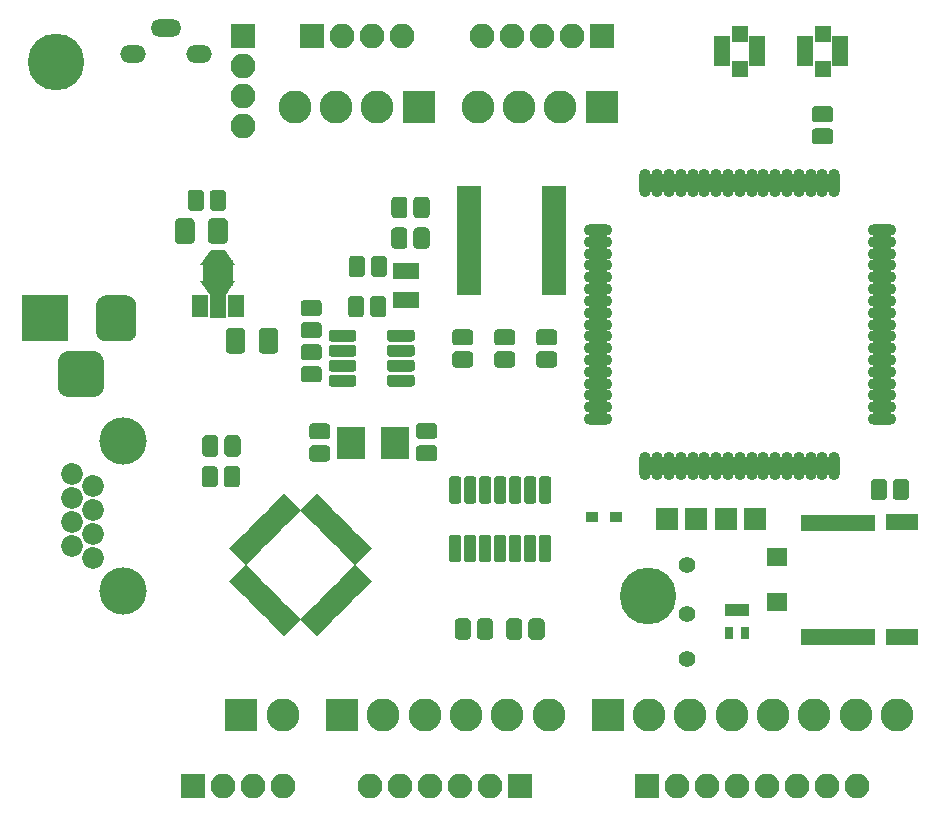
<source format=gts>
G04 #@! TF.GenerationSoftware,KiCad,Pcbnew,(5.1.5)-3*
G04 #@! TF.CreationDate,2020-11-27T10:24:00+11:00*
G04 #@! TF.ProjectId,BoSL,426f534c-2e6b-4696-9361-645f70636258,0.4.2*
G04 #@! TF.SameCoordinates,Original*
G04 #@! TF.FileFunction,Soldermask,Top*
G04 #@! TF.FilePolarity,Negative*
%FSLAX46Y46*%
G04 Gerber Fmt 4.6, Leading zero omitted, Abs format (unit mm)*
G04 Created by KiCad (PCBNEW (5.1.5)-3) date 2020-11-27 10:24:00*
%MOMM*%
%LPD*%
G04 APERTURE LIST*
%ADD10O,2.600000X1.500000*%
%ADD11O,2.200000X1.500000*%
%ADD12R,1.900000X1.900000*%
%ADD13C,1.850000*%
%ADD14C,4.000000*%
%ADD15O,2.100000X2.100000*%
%ADD16R,2.100000X2.100000*%
%ADD17C,2.800000*%
%ADD18R,2.800000X2.800000*%
%ADD19R,1.400000X1.400000*%
%ADD20R,1.450000X2.600000*%
%ADD21R,2.400000X2.800000*%
%ADD22R,2.150000X0.850000*%
%ADD23C,0.100000*%
%ADD24R,0.800000X1.050000*%
%ADD25R,2.600000X2.240000*%
%ADD26R,1.400000X1.900000*%
%ADD27R,1.400000X2.200000*%
%ADD28C,1.400000*%
%ADD29C,4.800000*%
%ADD30R,1.000000X0.850000*%
%ADD31R,3.900000X3.900000*%
%ADD32R,2.200000X1.400000*%
%ADD33O,1.000000X2.400000*%
%ADD34O,2.400000X1.000000*%
%ADD35R,1.200000X1.400000*%
%ADD36R,2.700000X1.400000*%
%ADD37R,1.700000X1.500000*%
G04 APERTURE END LIST*
D10*
X128100000Y-64825000D03*
D11*
X130900000Y-66975000D03*
X125300000Y-66975000D03*
D12*
X178000000Y-106400000D03*
X175500000Y-106400000D03*
X173000000Y-106400000D03*
X170500000Y-106400000D03*
D13*
X120182000Y-108710000D03*
X120182000Y-106670000D03*
X120182000Y-104630000D03*
X120182000Y-102590000D03*
X121960000Y-109690000D03*
X121960000Y-103570000D03*
X121960000Y-107650000D03*
X121960000Y-105610000D03*
D14*
X124500000Y-99800000D03*
X124500000Y-112500000D03*
D15*
X186620000Y-129000000D03*
X184080000Y-129000000D03*
X181540000Y-129000000D03*
X179000000Y-129000000D03*
X176460000Y-129000000D03*
X173920000Y-129000000D03*
X171380000Y-129000000D03*
D16*
X168840000Y-129000000D03*
D15*
X145340000Y-129000000D03*
X147880000Y-129000000D03*
X150420000Y-129000000D03*
X152960000Y-129000000D03*
X155500000Y-129000000D03*
D16*
X158040000Y-129000000D03*
D15*
X138000000Y-129000000D03*
X135460000Y-129000000D03*
X132920000Y-129000000D03*
D16*
X130380000Y-129000000D03*
D15*
X148120000Y-65500000D03*
X145580000Y-65500000D03*
X143040000Y-65500000D03*
D16*
X140500000Y-65500000D03*
D15*
X134600000Y-73120000D03*
X134600000Y-70580000D03*
X134600000Y-68040000D03*
D16*
X134600000Y-65500000D03*
D17*
X154500000Y-71500000D03*
X158000000Y-71500000D03*
X161500000Y-71500000D03*
D18*
X165000000Y-71500000D03*
D15*
X154840000Y-65500000D03*
X157380000Y-65500000D03*
X159920000Y-65500000D03*
X162460000Y-65500000D03*
D16*
X165000000Y-65500000D03*
D17*
X190000000Y-123000000D03*
X186500000Y-123000000D03*
X183000000Y-123000000D03*
X179500000Y-123000000D03*
X176000000Y-123000000D03*
X172500000Y-123000000D03*
X169000000Y-123000000D03*
D18*
X165500000Y-123000000D03*
D17*
X138000000Y-123000000D03*
D18*
X134500000Y-123000000D03*
D17*
X139000000Y-71500000D03*
X142500000Y-71500000D03*
X146000000Y-71500000D03*
D18*
X149500000Y-71500000D03*
D17*
X160500000Y-123000000D03*
X157000000Y-123000000D03*
X153500000Y-123000000D03*
X150000000Y-123000000D03*
X146500000Y-123000000D03*
D18*
X143000000Y-123000000D03*
D19*
X176700000Y-68300000D03*
X176700000Y-65300000D03*
D20*
X178175000Y-66800000D03*
X175225000Y-66800000D03*
D21*
X147475000Y-99925000D03*
X143775000Y-99925000D03*
D22*
X153786000Y-87033000D03*
X153786000Y-86383000D03*
X153786000Y-85733000D03*
X153786000Y-85083000D03*
X153786000Y-84433000D03*
X153786000Y-83783000D03*
X153786000Y-83133000D03*
X153786000Y-82483000D03*
X153786000Y-81833000D03*
X153786000Y-81183000D03*
X153786000Y-80533000D03*
X153786000Y-79883000D03*
X153786000Y-79233000D03*
X153786000Y-78583000D03*
X160986000Y-78583000D03*
X160986000Y-79233000D03*
X160986000Y-79883000D03*
X160986000Y-80533000D03*
X160986000Y-81183000D03*
X160986000Y-81833000D03*
X160986000Y-82483000D03*
X160986000Y-83133000D03*
X160986000Y-83783000D03*
X160986000Y-84433000D03*
X160986000Y-85083000D03*
X160986000Y-85733000D03*
X160986000Y-86383000D03*
X160986000Y-87033000D03*
D23*
G36*
X152864504Y-102751204D02*
G01*
X152888773Y-102754804D01*
X152912571Y-102760765D01*
X152935671Y-102769030D01*
X152957849Y-102779520D01*
X152978893Y-102792133D01*
X152998598Y-102806747D01*
X153016777Y-102823223D01*
X153033253Y-102841402D01*
X153047867Y-102861107D01*
X153060480Y-102882151D01*
X153070970Y-102904329D01*
X153079235Y-102927429D01*
X153085196Y-102951227D01*
X153088796Y-102975496D01*
X153090000Y-103000000D01*
X153090000Y-104850000D01*
X153088796Y-104874504D01*
X153085196Y-104898773D01*
X153079235Y-104922571D01*
X153070970Y-104945671D01*
X153060480Y-104967849D01*
X153047867Y-104988893D01*
X153033253Y-105008598D01*
X153016777Y-105026777D01*
X152998598Y-105043253D01*
X152978893Y-105057867D01*
X152957849Y-105070480D01*
X152935671Y-105080970D01*
X152912571Y-105089235D01*
X152888773Y-105095196D01*
X152864504Y-105098796D01*
X152840000Y-105100000D01*
X152340000Y-105100000D01*
X152315496Y-105098796D01*
X152291227Y-105095196D01*
X152267429Y-105089235D01*
X152244329Y-105080970D01*
X152222151Y-105070480D01*
X152201107Y-105057867D01*
X152181402Y-105043253D01*
X152163223Y-105026777D01*
X152146747Y-105008598D01*
X152132133Y-104988893D01*
X152119520Y-104967849D01*
X152109030Y-104945671D01*
X152100765Y-104922571D01*
X152094804Y-104898773D01*
X152091204Y-104874504D01*
X152090000Y-104850000D01*
X152090000Y-103000000D01*
X152091204Y-102975496D01*
X152094804Y-102951227D01*
X152100765Y-102927429D01*
X152109030Y-102904329D01*
X152119520Y-102882151D01*
X152132133Y-102861107D01*
X152146747Y-102841402D01*
X152163223Y-102823223D01*
X152181402Y-102806747D01*
X152201107Y-102792133D01*
X152222151Y-102779520D01*
X152244329Y-102769030D01*
X152267429Y-102760765D01*
X152291227Y-102754804D01*
X152315496Y-102751204D01*
X152340000Y-102750000D01*
X152840000Y-102750000D01*
X152864504Y-102751204D01*
G37*
G36*
X154134504Y-102751204D02*
G01*
X154158773Y-102754804D01*
X154182571Y-102760765D01*
X154205671Y-102769030D01*
X154227849Y-102779520D01*
X154248893Y-102792133D01*
X154268598Y-102806747D01*
X154286777Y-102823223D01*
X154303253Y-102841402D01*
X154317867Y-102861107D01*
X154330480Y-102882151D01*
X154340970Y-102904329D01*
X154349235Y-102927429D01*
X154355196Y-102951227D01*
X154358796Y-102975496D01*
X154360000Y-103000000D01*
X154360000Y-104850000D01*
X154358796Y-104874504D01*
X154355196Y-104898773D01*
X154349235Y-104922571D01*
X154340970Y-104945671D01*
X154330480Y-104967849D01*
X154317867Y-104988893D01*
X154303253Y-105008598D01*
X154286777Y-105026777D01*
X154268598Y-105043253D01*
X154248893Y-105057867D01*
X154227849Y-105070480D01*
X154205671Y-105080970D01*
X154182571Y-105089235D01*
X154158773Y-105095196D01*
X154134504Y-105098796D01*
X154110000Y-105100000D01*
X153610000Y-105100000D01*
X153585496Y-105098796D01*
X153561227Y-105095196D01*
X153537429Y-105089235D01*
X153514329Y-105080970D01*
X153492151Y-105070480D01*
X153471107Y-105057867D01*
X153451402Y-105043253D01*
X153433223Y-105026777D01*
X153416747Y-105008598D01*
X153402133Y-104988893D01*
X153389520Y-104967849D01*
X153379030Y-104945671D01*
X153370765Y-104922571D01*
X153364804Y-104898773D01*
X153361204Y-104874504D01*
X153360000Y-104850000D01*
X153360000Y-103000000D01*
X153361204Y-102975496D01*
X153364804Y-102951227D01*
X153370765Y-102927429D01*
X153379030Y-102904329D01*
X153389520Y-102882151D01*
X153402133Y-102861107D01*
X153416747Y-102841402D01*
X153433223Y-102823223D01*
X153451402Y-102806747D01*
X153471107Y-102792133D01*
X153492151Y-102779520D01*
X153514329Y-102769030D01*
X153537429Y-102760765D01*
X153561227Y-102754804D01*
X153585496Y-102751204D01*
X153610000Y-102750000D01*
X154110000Y-102750000D01*
X154134504Y-102751204D01*
G37*
G36*
X155404504Y-102751204D02*
G01*
X155428773Y-102754804D01*
X155452571Y-102760765D01*
X155475671Y-102769030D01*
X155497849Y-102779520D01*
X155518893Y-102792133D01*
X155538598Y-102806747D01*
X155556777Y-102823223D01*
X155573253Y-102841402D01*
X155587867Y-102861107D01*
X155600480Y-102882151D01*
X155610970Y-102904329D01*
X155619235Y-102927429D01*
X155625196Y-102951227D01*
X155628796Y-102975496D01*
X155630000Y-103000000D01*
X155630000Y-104850000D01*
X155628796Y-104874504D01*
X155625196Y-104898773D01*
X155619235Y-104922571D01*
X155610970Y-104945671D01*
X155600480Y-104967849D01*
X155587867Y-104988893D01*
X155573253Y-105008598D01*
X155556777Y-105026777D01*
X155538598Y-105043253D01*
X155518893Y-105057867D01*
X155497849Y-105070480D01*
X155475671Y-105080970D01*
X155452571Y-105089235D01*
X155428773Y-105095196D01*
X155404504Y-105098796D01*
X155380000Y-105100000D01*
X154880000Y-105100000D01*
X154855496Y-105098796D01*
X154831227Y-105095196D01*
X154807429Y-105089235D01*
X154784329Y-105080970D01*
X154762151Y-105070480D01*
X154741107Y-105057867D01*
X154721402Y-105043253D01*
X154703223Y-105026777D01*
X154686747Y-105008598D01*
X154672133Y-104988893D01*
X154659520Y-104967849D01*
X154649030Y-104945671D01*
X154640765Y-104922571D01*
X154634804Y-104898773D01*
X154631204Y-104874504D01*
X154630000Y-104850000D01*
X154630000Y-103000000D01*
X154631204Y-102975496D01*
X154634804Y-102951227D01*
X154640765Y-102927429D01*
X154649030Y-102904329D01*
X154659520Y-102882151D01*
X154672133Y-102861107D01*
X154686747Y-102841402D01*
X154703223Y-102823223D01*
X154721402Y-102806747D01*
X154741107Y-102792133D01*
X154762151Y-102779520D01*
X154784329Y-102769030D01*
X154807429Y-102760765D01*
X154831227Y-102754804D01*
X154855496Y-102751204D01*
X154880000Y-102750000D01*
X155380000Y-102750000D01*
X155404504Y-102751204D01*
G37*
G36*
X156674504Y-102751204D02*
G01*
X156698773Y-102754804D01*
X156722571Y-102760765D01*
X156745671Y-102769030D01*
X156767849Y-102779520D01*
X156788893Y-102792133D01*
X156808598Y-102806747D01*
X156826777Y-102823223D01*
X156843253Y-102841402D01*
X156857867Y-102861107D01*
X156870480Y-102882151D01*
X156880970Y-102904329D01*
X156889235Y-102927429D01*
X156895196Y-102951227D01*
X156898796Y-102975496D01*
X156900000Y-103000000D01*
X156900000Y-104850000D01*
X156898796Y-104874504D01*
X156895196Y-104898773D01*
X156889235Y-104922571D01*
X156880970Y-104945671D01*
X156870480Y-104967849D01*
X156857867Y-104988893D01*
X156843253Y-105008598D01*
X156826777Y-105026777D01*
X156808598Y-105043253D01*
X156788893Y-105057867D01*
X156767849Y-105070480D01*
X156745671Y-105080970D01*
X156722571Y-105089235D01*
X156698773Y-105095196D01*
X156674504Y-105098796D01*
X156650000Y-105100000D01*
X156150000Y-105100000D01*
X156125496Y-105098796D01*
X156101227Y-105095196D01*
X156077429Y-105089235D01*
X156054329Y-105080970D01*
X156032151Y-105070480D01*
X156011107Y-105057867D01*
X155991402Y-105043253D01*
X155973223Y-105026777D01*
X155956747Y-105008598D01*
X155942133Y-104988893D01*
X155929520Y-104967849D01*
X155919030Y-104945671D01*
X155910765Y-104922571D01*
X155904804Y-104898773D01*
X155901204Y-104874504D01*
X155900000Y-104850000D01*
X155900000Y-103000000D01*
X155901204Y-102975496D01*
X155904804Y-102951227D01*
X155910765Y-102927429D01*
X155919030Y-102904329D01*
X155929520Y-102882151D01*
X155942133Y-102861107D01*
X155956747Y-102841402D01*
X155973223Y-102823223D01*
X155991402Y-102806747D01*
X156011107Y-102792133D01*
X156032151Y-102779520D01*
X156054329Y-102769030D01*
X156077429Y-102760765D01*
X156101227Y-102754804D01*
X156125496Y-102751204D01*
X156150000Y-102750000D01*
X156650000Y-102750000D01*
X156674504Y-102751204D01*
G37*
G36*
X157944504Y-102751204D02*
G01*
X157968773Y-102754804D01*
X157992571Y-102760765D01*
X158015671Y-102769030D01*
X158037849Y-102779520D01*
X158058893Y-102792133D01*
X158078598Y-102806747D01*
X158096777Y-102823223D01*
X158113253Y-102841402D01*
X158127867Y-102861107D01*
X158140480Y-102882151D01*
X158150970Y-102904329D01*
X158159235Y-102927429D01*
X158165196Y-102951227D01*
X158168796Y-102975496D01*
X158170000Y-103000000D01*
X158170000Y-104850000D01*
X158168796Y-104874504D01*
X158165196Y-104898773D01*
X158159235Y-104922571D01*
X158150970Y-104945671D01*
X158140480Y-104967849D01*
X158127867Y-104988893D01*
X158113253Y-105008598D01*
X158096777Y-105026777D01*
X158078598Y-105043253D01*
X158058893Y-105057867D01*
X158037849Y-105070480D01*
X158015671Y-105080970D01*
X157992571Y-105089235D01*
X157968773Y-105095196D01*
X157944504Y-105098796D01*
X157920000Y-105100000D01*
X157420000Y-105100000D01*
X157395496Y-105098796D01*
X157371227Y-105095196D01*
X157347429Y-105089235D01*
X157324329Y-105080970D01*
X157302151Y-105070480D01*
X157281107Y-105057867D01*
X157261402Y-105043253D01*
X157243223Y-105026777D01*
X157226747Y-105008598D01*
X157212133Y-104988893D01*
X157199520Y-104967849D01*
X157189030Y-104945671D01*
X157180765Y-104922571D01*
X157174804Y-104898773D01*
X157171204Y-104874504D01*
X157170000Y-104850000D01*
X157170000Y-103000000D01*
X157171204Y-102975496D01*
X157174804Y-102951227D01*
X157180765Y-102927429D01*
X157189030Y-102904329D01*
X157199520Y-102882151D01*
X157212133Y-102861107D01*
X157226747Y-102841402D01*
X157243223Y-102823223D01*
X157261402Y-102806747D01*
X157281107Y-102792133D01*
X157302151Y-102779520D01*
X157324329Y-102769030D01*
X157347429Y-102760765D01*
X157371227Y-102754804D01*
X157395496Y-102751204D01*
X157420000Y-102750000D01*
X157920000Y-102750000D01*
X157944504Y-102751204D01*
G37*
G36*
X159214504Y-102751204D02*
G01*
X159238773Y-102754804D01*
X159262571Y-102760765D01*
X159285671Y-102769030D01*
X159307849Y-102779520D01*
X159328893Y-102792133D01*
X159348598Y-102806747D01*
X159366777Y-102823223D01*
X159383253Y-102841402D01*
X159397867Y-102861107D01*
X159410480Y-102882151D01*
X159420970Y-102904329D01*
X159429235Y-102927429D01*
X159435196Y-102951227D01*
X159438796Y-102975496D01*
X159440000Y-103000000D01*
X159440000Y-104850000D01*
X159438796Y-104874504D01*
X159435196Y-104898773D01*
X159429235Y-104922571D01*
X159420970Y-104945671D01*
X159410480Y-104967849D01*
X159397867Y-104988893D01*
X159383253Y-105008598D01*
X159366777Y-105026777D01*
X159348598Y-105043253D01*
X159328893Y-105057867D01*
X159307849Y-105070480D01*
X159285671Y-105080970D01*
X159262571Y-105089235D01*
X159238773Y-105095196D01*
X159214504Y-105098796D01*
X159190000Y-105100000D01*
X158690000Y-105100000D01*
X158665496Y-105098796D01*
X158641227Y-105095196D01*
X158617429Y-105089235D01*
X158594329Y-105080970D01*
X158572151Y-105070480D01*
X158551107Y-105057867D01*
X158531402Y-105043253D01*
X158513223Y-105026777D01*
X158496747Y-105008598D01*
X158482133Y-104988893D01*
X158469520Y-104967849D01*
X158459030Y-104945671D01*
X158450765Y-104922571D01*
X158444804Y-104898773D01*
X158441204Y-104874504D01*
X158440000Y-104850000D01*
X158440000Y-103000000D01*
X158441204Y-102975496D01*
X158444804Y-102951227D01*
X158450765Y-102927429D01*
X158459030Y-102904329D01*
X158469520Y-102882151D01*
X158482133Y-102861107D01*
X158496747Y-102841402D01*
X158513223Y-102823223D01*
X158531402Y-102806747D01*
X158551107Y-102792133D01*
X158572151Y-102779520D01*
X158594329Y-102769030D01*
X158617429Y-102760765D01*
X158641227Y-102754804D01*
X158665496Y-102751204D01*
X158690000Y-102750000D01*
X159190000Y-102750000D01*
X159214504Y-102751204D01*
G37*
G36*
X160484504Y-102751204D02*
G01*
X160508773Y-102754804D01*
X160532571Y-102760765D01*
X160555671Y-102769030D01*
X160577849Y-102779520D01*
X160598893Y-102792133D01*
X160618598Y-102806747D01*
X160636777Y-102823223D01*
X160653253Y-102841402D01*
X160667867Y-102861107D01*
X160680480Y-102882151D01*
X160690970Y-102904329D01*
X160699235Y-102927429D01*
X160705196Y-102951227D01*
X160708796Y-102975496D01*
X160710000Y-103000000D01*
X160710000Y-104850000D01*
X160708796Y-104874504D01*
X160705196Y-104898773D01*
X160699235Y-104922571D01*
X160690970Y-104945671D01*
X160680480Y-104967849D01*
X160667867Y-104988893D01*
X160653253Y-105008598D01*
X160636777Y-105026777D01*
X160618598Y-105043253D01*
X160598893Y-105057867D01*
X160577849Y-105070480D01*
X160555671Y-105080970D01*
X160532571Y-105089235D01*
X160508773Y-105095196D01*
X160484504Y-105098796D01*
X160460000Y-105100000D01*
X159960000Y-105100000D01*
X159935496Y-105098796D01*
X159911227Y-105095196D01*
X159887429Y-105089235D01*
X159864329Y-105080970D01*
X159842151Y-105070480D01*
X159821107Y-105057867D01*
X159801402Y-105043253D01*
X159783223Y-105026777D01*
X159766747Y-105008598D01*
X159752133Y-104988893D01*
X159739520Y-104967849D01*
X159729030Y-104945671D01*
X159720765Y-104922571D01*
X159714804Y-104898773D01*
X159711204Y-104874504D01*
X159710000Y-104850000D01*
X159710000Y-103000000D01*
X159711204Y-102975496D01*
X159714804Y-102951227D01*
X159720765Y-102927429D01*
X159729030Y-102904329D01*
X159739520Y-102882151D01*
X159752133Y-102861107D01*
X159766747Y-102841402D01*
X159783223Y-102823223D01*
X159801402Y-102806747D01*
X159821107Y-102792133D01*
X159842151Y-102779520D01*
X159864329Y-102769030D01*
X159887429Y-102760765D01*
X159911227Y-102754804D01*
X159935496Y-102751204D01*
X159960000Y-102750000D01*
X160460000Y-102750000D01*
X160484504Y-102751204D01*
G37*
G36*
X160484504Y-107701204D02*
G01*
X160508773Y-107704804D01*
X160532571Y-107710765D01*
X160555671Y-107719030D01*
X160577849Y-107729520D01*
X160598893Y-107742133D01*
X160618598Y-107756747D01*
X160636777Y-107773223D01*
X160653253Y-107791402D01*
X160667867Y-107811107D01*
X160680480Y-107832151D01*
X160690970Y-107854329D01*
X160699235Y-107877429D01*
X160705196Y-107901227D01*
X160708796Y-107925496D01*
X160710000Y-107950000D01*
X160710000Y-109800000D01*
X160708796Y-109824504D01*
X160705196Y-109848773D01*
X160699235Y-109872571D01*
X160690970Y-109895671D01*
X160680480Y-109917849D01*
X160667867Y-109938893D01*
X160653253Y-109958598D01*
X160636777Y-109976777D01*
X160618598Y-109993253D01*
X160598893Y-110007867D01*
X160577849Y-110020480D01*
X160555671Y-110030970D01*
X160532571Y-110039235D01*
X160508773Y-110045196D01*
X160484504Y-110048796D01*
X160460000Y-110050000D01*
X159960000Y-110050000D01*
X159935496Y-110048796D01*
X159911227Y-110045196D01*
X159887429Y-110039235D01*
X159864329Y-110030970D01*
X159842151Y-110020480D01*
X159821107Y-110007867D01*
X159801402Y-109993253D01*
X159783223Y-109976777D01*
X159766747Y-109958598D01*
X159752133Y-109938893D01*
X159739520Y-109917849D01*
X159729030Y-109895671D01*
X159720765Y-109872571D01*
X159714804Y-109848773D01*
X159711204Y-109824504D01*
X159710000Y-109800000D01*
X159710000Y-107950000D01*
X159711204Y-107925496D01*
X159714804Y-107901227D01*
X159720765Y-107877429D01*
X159729030Y-107854329D01*
X159739520Y-107832151D01*
X159752133Y-107811107D01*
X159766747Y-107791402D01*
X159783223Y-107773223D01*
X159801402Y-107756747D01*
X159821107Y-107742133D01*
X159842151Y-107729520D01*
X159864329Y-107719030D01*
X159887429Y-107710765D01*
X159911227Y-107704804D01*
X159935496Y-107701204D01*
X159960000Y-107700000D01*
X160460000Y-107700000D01*
X160484504Y-107701204D01*
G37*
G36*
X159214504Y-107701204D02*
G01*
X159238773Y-107704804D01*
X159262571Y-107710765D01*
X159285671Y-107719030D01*
X159307849Y-107729520D01*
X159328893Y-107742133D01*
X159348598Y-107756747D01*
X159366777Y-107773223D01*
X159383253Y-107791402D01*
X159397867Y-107811107D01*
X159410480Y-107832151D01*
X159420970Y-107854329D01*
X159429235Y-107877429D01*
X159435196Y-107901227D01*
X159438796Y-107925496D01*
X159440000Y-107950000D01*
X159440000Y-109800000D01*
X159438796Y-109824504D01*
X159435196Y-109848773D01*
X159429235Y-109872571D01*
X159420970Y-109895671D01*
X159410480Y-109917849D01*
X159397867Y-109938893D01*
X159383253Y-109958598D01*
X159366777Y-109976777D01*
X159348598Y-109993253D01*
X159328893Y-110007867D01*
X159307849Y-110020480D01*
X159285671Y-110030970D01*
X159262571Y-110039235D01*
X159238773Y-110045196D01*
X159214504Y-110048796D01*
X159190000Y-110050000D01*
X158690000Y-110050000D01*
X158665496Y-110048796D01*
X158641227Y-110045196D01*
X158617429Y-110039235D01*
X158594329Y-110030970D01*
X158572151Y-110020480D01*
X158551107Y-110007867D01*
X158531402Y-109993253D01*
X158513223Y-109976777D01*
X158496747Y-109958598D01*
X158482133Y-109938893D01*
X158469520Y-109917849D01*
X158459030Y-109895671D01*
X158450765Y-109872571D01*
X158444804Y-109848773D01*
X158441204Y-109824504D01*
X158440000Y-109800000D01*
X158440000Y-107950000D01*
X158441204Y-107925496D01*
X158444804Y-107901227D01*
X158450765Y-107877429D01*
X158459030Y-107854329D01*
X158469520Y-107832151D01*
X158482133Y-107811107D01*
X158496747Y-107791402D01*
X158513223Y-107773223D01*
X158531402Y-107756747D01*
X158551107Y-107742133D01*
X158572151Y-107729520D01*
X158594329Y-107719030D01*
X158617429Y-107710765D01*
X158641227Y-107704804D01*
X158665496Y-107701204D01*
X158690000Y-107700000D01*
X159190000Y-107700000D01*
X159214504Y-107701204D01*
G37*
G36*
X157944504Y-107701204D02*
G01*
X157968773Y-107704804D01*
X157992571Y-107710765D01*
X158015671Y-107719030D01*
X158037849Y-107729520D01*
X158058893Y-107742133D01*
X158078598Y-107756747D01*
X158096777Y-107773223D01*
X158113253Y-107791402D01*
X158127867Y-107811107D01*
X158140480Y-107832151D01*
X158150970Y-107854329D01*
X158159235Y-107877429D01*
X158165196Y-107901227D01*
X158168796Y-107925496D01*
X158170000Y-107950000D01*
X158170000Y-109800000D01*
X158168796Y-109824504D01*
X158165196Y-109848773D01*
X158159235Y-109872571D01*
X158150970Y-109895671D01*
X158140480Y-109917849D01*
X158127867Y-109938893D01*
X158113253Y-109958598D01*
X158096777Y-109976777D01*
X158078598Y-109993253D01*
X158058893Y-110007867D01*
X158037849Y-110020480D01*
X158015671Y-110030970D01*
X157992571Y-110039235D01*
X157968773Y-110045196D01*
X157944504Y-110048796D01*
X157920000Y-110050000D01*
X157420000Y-110050000D01*
X157395496Y-110048796D01*
X157371227Y-110045196D01*
X157347429Y-110039235D01*
X157324329Y-110030970D01*
X157302151Y-110020480D01*
X157281107Y-110007867D01*
X157261402Y-109993253D01*
X157243223Y-109976777D01*
X157226747Y-109958598D01*
X157212133Y-109938893D01*
X157199520Y-109917849D01*
X157189030Y-109895671D01*
X157180765Y-109872571D01*
X157174804Y-109848773D01*
X157171204Y-109824504D01*
X157170000Y-109800000D01*
X157170000Y-107950000D01*
X157171204Y-107925496D01*
X157174804Y-107901227D01*
X157180765Y-107877429D01*
X157189030Y-107854329D01*
X157199520Y-107832151D01*
X157212133Y-107811107D01*
X157226747Y-107791402D01*
X157243223Y-107773223D01*
X157261402Y-107756747D01*
X157281107Y-107742133D01*
X157302151Y-107729520D01*
X157324329Y-107719030D01*
X157347429Y-107710765D01*
X157371227Y-107704804D01*
X157395496Y-107701204D01*
X157420000Y-107700000D01*
X157920000Y-107700000D01*
X157944504Y-107701204D01*
G37*
G36*
X156674504Y-107701204D02*
G01*
X156698773Y-107704804D01*
X156722571Y-107710765D01*
X156745671Y-107719030D01*
X156767849Y-107729520D01*
X156788893Y-107742133D01*
X156808598Y-107756747D01*
X156826777Y-107773223D01*
X156843253Y-107791402D01*
X156857867Y-107811107D01*
X156870480Y-107832151D01*
X156880970Y-107854329D01*
X156889235Y-107877429D01*
X156895196Y-107901227D01*
X156898796Y-107925496D01*
X156900000Y-107950000D01*
X156900000Y-109800000D01*
X156898796Y-109824504D01*
X156895196Y-109848773D01*
X156889235Y-109872571D01*
X156880970Y-109895671D01*
X156870480Y-109917849D01*
X156857867Y-109938893D01*
X156843253Y-109958598D01*
X156826777Y-109976777D01*
X156808598Y-109993253D01*
X156788893Y-110007867D01*
X156767849Y-110020480D01*
X156745671Y-110030970D01*
X156722571Y-110039235D01*
X156698773Y-110045196D01*
X156674504Y-110048796D01*
X156650000Y-110050000D01*
X156150000Y-110050000D01*
X156125496Y-110048796D01*
X156101227Y-110045196D01*
X156077429Y-110039235D01*
X156054329Y-110030970D01*
X156032151Y-110020480D01*
X156011107Y-110007867D01*
X155991402Y-109993253D01*
X155973223Y-109976777D01*
X155956747Y-109958598D01*
X155942133Y-109938893D01*
X155929520Y-109917849D01*
X155919030Y-109895671D01*
X155910765Y-109872571D01*
X155904804Y-109848773D01*
X155901204Y-109824504D01*
X155900000Y-109800000D01*
X155900000Y-107950000D01*
X155901204Y-107925496D01*
X155904804Y-107901227D01*
X155910765Y-107877429D01*
X155919030Y-107854329D01*
X155929520Y-107832151D01*
X155942133Y-107811107D01*
X155956747Y-107791402D01*
X155973223Y-107773223D01*
X155991402Y-107756747D01*
X156011107Y-107742133D01*
X156032151Y-107729520D01*
X156054329Y-107719030D01*
X156077429Y-107710765D01*
X156101227Y-107704804D01*
X156125496Y-107701204D01*
X156150000Y-107700000D01*
X156650000Y-107700000D01*
X156674504Y-107701204D01*
G37*
G36*
X155404504Y-107701204D02*
G01*
X155428773Y-107704804D01*
X155452571Y-107710765D01*
X155475671Y-107719030D01*
X155497849Y-107729520D01*
X155518893Y-107742133D01*
X155538598Y-107756747D01*
X155556777Y-107773223D01*
X155573253Y-107791402D01*
X155587867Y-107811107D01*
X155600480Y-107832151D01*
X155610970Y-107854329D01*
X155619235Y-107877429D01*
X155625196Y-107901227D01*
X155628796Y-107925496D01*
X155630000Y-107950000D01*
X155630000Y-109800000D01*
X155628796Y-109824504D01*
X155625196Y-109848773D01*
X155619235Y-109872571D01*
X155610970Y-109895671D01*
X155600480Y-109917849D01*
X155587867Y-109938893D01*
X155573253Y-109958598D01*
X155556777Y-109976777D01*
X155538598Y-109993253D01*
X155518893Y-110007867D01*
X155497849Y-110020480D01*
X155475671Y-110030970D01*
X155452571Y-110039235D01*
X155428773Y-110045196D01*
X155404504Y-110048796D01*
X155380000Y-110050000D01*
X154880000Y-110050000D01*
X154855496Y-110048796D01*
X154831227Y-110045196D01*
X154807429Y-110039235D01*
X154784329Y-110030970D01*
X154762151Y-110020480D01*
X154741107Y-110007867D01*
X154721402Y-109993253D01*
X154703223Y-109976777D01*
X154686747Y-109958598D01*
X154672133Y-109938893D01*
X154659520Y-109917849D01*
X154649030Y-109895671D01*
X154640765Y-109872571D01*
X154634804Y-109848773D01*
X154631204Y-109824504D01*
X154630000Y-109800000D01*
X154630000Y-107950000D01*
X154631204Y-107925496D01*
X154634804Y-107901227D01*
X154640765Y-107877429D01*
X154649030Y-107854329D01*
X154659520Y-107832151D01*
X154672133Y-107811107D01*
X154686747Y-107791402D01*
X154703223Y-107773223D01*
X154721402Y-107756747D01*
X154741107Y-107742133D01*
X154762151Y-107729520D01*
X154784329Y-107719030D01*
X154807429Y-107710765D01*
X154831227Y-107704804D01*
X154855496Y-107701204D01*
X154880000Y-107700000D01*
X155380000Y-107700000D01*
X155404504Y-107701204D01*
G37*
G36*
X154134504Y-107701204D02*
G01*
X154158773Y-107704804D01*
X154182571Y-107710765D01*
X154205671Y-107719030D01*
X154227849Y-107729520D01*
X154248893Y-107742133D01*
X154268598Y-107756747D01*
X154286777Y-107773223D01*
X154303253Y-107791402D01*
X154317867Y-107811107D01*
X154330480Y-107832151D01*
X154340970Y-107854329D01*
X154349235Y-107877429D01*
X154355196Y-107901227D01*
X154358796Y-107925496D01*
X154360000Y-107950000D01*
X154360000Y-109800000D01*
X154358796Y-109824504D01*
X154355196Y-109848773D01*
X154349235Y-109872571D01*
X154340970Y-109895671D01*
X154330480Y-109917849D01*
X154317867Y-109938893D01*
X154303253Y-109958598D01*
X154286777Y-109976777D01*
X154268598Y-109993253D01*
X154248893Y-110007867D01*
X154227849Y-110020480D01*
X154205671Y-110030970D01*
X154182571Y-110039235D01*
X154158773Y-110045196D01*
X154134504Y-110048796D01*
X154110000Y-110050000D01*
X153610000Y-110050000D01*
X153585496Y-110048796D01*
X153561227Y-110045196D01*
X153537429Y-110039235D01*
X153514329Y-110030970D01*
X153492151Y-110020480D01*
X153471107Y-110007867D01*
X153451402Y-109993253D01*
X153433223Y-109976777D01*
X153416747Y-109958598D01*
X153402133Y-109938893D01*
X153389520Y-109917849D01*
X153379030Y-109895671D01*
X153370765Y-109872571D01*
X153364804Y-109848773D01*
X153361204Y-109824504D01*
X153360000Y-109800000D01*
X153360000Y-107950000D01*
X153361204Y-107925496D01*
X153364804Y-107901227D01*
X153370765Y-107877429D01*
X153379030Y-107854329D01*
X153389520Y-107832151D01*
X153402133Y-107811107D01*
X153416747Y-107791402D01*
X153433223Y-107773223D01*
X153451402Y-107756747D01*
X153471107Y-107742133D01*
X153492151Y-107729520D01*
X153514329Y-107719030D01*
X153537429Y-107710765D01*
X153561227Y-107704804D01*
X153585496Y-107701204D01*
X153610000Y-107700000D01*
X154110000Y-107700000D01*
X154134504Y-107701204D01*
G37*
G36*
X152864504Y-107701204D02*
G01*
X152888773Y-107704804D01*
X152912571Y-107710765D01*
X152935671Y-107719030D01*
X152957849Y-107729520D01*
X152978893Y-107742133D01*
X152998598Y-107756747D01*
X153016777Y-107773223D01*
X153033253Y-107791402D01*
X153047867Y-107811107D01*
X153060480Y-107832151D01*
X153070970Y-107854329D01*
X153079235Y-107877429D01*
X153085196Y-107901227D01*
X153088796Y-107925496D01*
X153090000Y-107950000D01*
X153090000Y-109800000D01*
X153088796Y-109824504D01*
X153085196Y-109848773D01*
X153079235Y-109872571D01*
X153070970Y-109895671D01*
X153060480Y-109917849D01*
X153047867Y-109938893D01*
X153033253Y-109958598D01*
X153016777Y-109976777D01*
X152998598Y-109993253D01*
X152978893Y-110007867D01*
X152957849Y-110020480D01*
X152935671Y-110030970D01*
X152912571Y-110039235D01*
X152888773Y-110045196D01*
X152864504Y-110048796D01*
X152840000Y-110050000D01*
X152340000Y-110050000D01*
X152315496Y-110048796D01*
X152291227Y-110045196D01*
X152267429Y-110039235D01*
X152244329Y-110030970D01*
X152222151Y-110020480D01*
X152201107Y-110007867D01*
X152181402Y-109993253D01*
X152163223Y-109976777D01*
X152146747Y-109958598D01*
X152132133Y-109938893D01*
X152119520Y-109917849D01*
X152109030Y-109895671D01*
X152100765Y-109872571D01*
X152094804Y-109848773D01*
X152091204Y-109824504D01*
X152090000Y-109800000D01*
X152090000Y-107950000D01*
X152091204Y-107925496D01*
X152094804Y-107901227D01*
X152100765Y-107877429D01*
X152109030Y-107854329D01*
X152119520Y-107832151D01*
X152132133Y-107811107D01*
X152146747Y-107791402D01*
X152163223Y-107773223D01*
X152181402Y-107756747D01*
X152201107Y-107742133D01*
X152222151Y-107729520D01*
X152244329Y-107719030D01*
X152267429Y-107710765D01*
X152291227Y-107704804D01*
X152315496Y-107701204D01*
X152340000Y-107700000D01*
X152840000Y-107700000D01*
X152864504Y-107701204D01*
G37*
D24*
X177100000Y-116020000D03*
X175800000Y-116020000D03*
X176450000Y-114120000D03*
X175800000Y-114120000D03*
X177100000Y-114120000D03*
D23*
G36*
X133984131Y-86276200D02*
G01*
X133004131Y-87676200D01*
X131995869Y-87676200D01*
X131015869Y-86276200D01*
X133984131Y-86276200D01*
G37*
D25*
X132500000Y-85566500D03*
D26*
X134000000Y-88380000D03*
D27*
X132500000Y-88233500D03*
D26*
X131000000Y-88380000D03*
D23*
G36*
X131014016Y-84858000D02*
G01*
X131896368Y-83608000D01*
X133103632Y-83608000D01*
X133985984Y-84858000D01*
X131014016Y-84858000D01*
G37*
D28*
X172226000Y-110294000D03*
X172200000Y-118200000D03*
X172200000Y-114400000D03*
D29*
X168900000Y-112900000D03*
X118800000Y-67700000D03*
D30*
X166250000Y-106200000D03*
X164150000Y-106200000D03*
D19*
X183700000Y-68300000D03*
X183700000Y-65300000D03*
D20*
X185175000Y-66800000D03*
X182225000Y-66800000D03*
D23*
G36*
X121970567Y-92154695D02*
G01*
X122065213Y-92168734D01*
X122158028Y-92191983D01*
X122248116Y-92224217D01*
X122334612Y-92265127D01*
X122416681Y-92314317D01*
X122493533Y-92371315D01*
X122564429Y-92435571D01*
X122628685Y-92506467D01*
X122685683Y-92583319D01*
X122734873Y-92665388D01*
X122775783Y-92751884D01*
X122808017Y-92841972D01*
X122831266Y-92934787D01*
X122845305Y-93029433D01*
X122850000Y-93125000D01*
X122850000Y-95075000D01*
X122845305Y-95170567D01*
X122831266Y-95265213D01*
X122808017Y-95358028D01*
X122775783Y-95448116D01*
X122734873Y-95534612D01*
X122685683Y-95616681D01*
X122628685Y-95693533D01*
X122564429Y-95764429D01*
X122493533Y-95828685D01*
X122416681Y-95885683D01*
X122334612Y-95934873D01*
X122248116Y-95975783D01*
X122158028Y-96008017D01*
X122065213Y-96031266D01*
X121970567Y-96045305D01*
X121875000Y-96050000D01*
X119925000Y-96050000D01*
X119829433Y-96045305D01*
X119734787Y-96031266D01*
X119641972Y-96008017D01*
X119551884Y-95975783D01*
X119465388Y-95934873D01*
X119383319Y-95885683D01*
X119306467Y-95828685D01*
X119235571Y-95764429D01*
X119171315Y-95693533D01*
X119114317Y-95616681D01*
X119065127Y-95534612D01*
X119024217Y-95448116D01*
X118991983Y-95358028D01*
X118968734Y-95265213D01*
X118954695Y-95170567D01*
X118950000Y-95075000D01*
X118950000Y-93125000D01*
X118954695Y-93029433D01*
X118968734Y-92934787D01*
X118991983Y-92841972D01*
X119024217Y-92751884D01*
X119065127Y-92665388D01*
X119114317Y-92583319D01*
X119171315Y-92506467D01*
X119235571Y-92435571D01*
X119306467Y-92371315D01*
X119383319Y-92314317D01*
X119465388Y-92265127D01*
X119551884Y-92224217D01*
X119641972Y-92191983D01*
X119734787Y-92168734D01*
X119829433Y-92154695D01*
X119925000Y-92150000D01*
X121875000Y-92150000D01*
X121970567Y-92154695D01*
G37*
G36*
X124833315Y-87454093D02*
G01*
X124915827Y-87466333D01*
X124996742Y-87486601D01*
X125075281Y-87514702D01*
X125150687Y-87550367D01*
X125222235Y-87593251D01*
X125289234Y-87642941D01*
X125351041Y-87698959D01*
X125407059Y-87760766D01*
X125456749Y-87827765D01*
X125499633Y-87899313D01*
X125535298Y-87974719D01*
X125563399Y-88053258D01*
X125583667Y-88134173D01*
X125595907Y-88216685D01*
X125600000Y-88300000D01*
X125600000Y-90500000D01*
X125595907Y-90583315D01*
X125583667Y-90665827D01*
X125563399Y-90746742D01*
X125535298Y-90825281D01*
X125499633Y-90900687D01*
X125456749Y-90972235D01*
X125407059Y-91039234D01*
X125351041Y-91101041D01*
X125289234Y-91157059D01*
X125222235Y-91206749D01*
X125150687Y-91249633D01*
X125075281Y-91285298D01*
X124996742Y-91313399D01*
X124915827Y-91333667D01*
X124833315Y-91345907D01*
X124750000Y-91350000D01*
X123050000Y-91350000D01*
X122966685Y-91345907D01*
X122884173Y-91333667D01*
X122803258Y-91313399D01*
X122724719Y-91285298D01*
X122649313Y-91249633D01*
X122577765Y-91206749D01*
X122510766Y-91157059D01*
X122448959Y-91101041D01*
X122392941Y-91039234D01*
X122343251Y-90972235D01*
X122300367Y-90900687D01*
X122264702Y-90825281D01*
X122236601Y-90746742D01*
X122216333Y-90665827D01*
X122204093Y-90583315D01*
X122200000Y-90500000D01*
X122200000Y-88300000D01*
X122204093Y-88216685D01*
X122216333Y-88134173D01*
X122236601Y-88053258D01*
X122264702Y-87974719D01*
X122300367Y-87899313D01*
X122343251Y-87827765D01*
X122392941Y-87760766D01*
X122448959Y-87698959D01*
X122510766Y-87642941D01*
X122577765Y-87593251D01*
X122649313Y-87550367D01*
X122724719Y-87514702D01*
X122803258Y-87486601D01*
X122884173Y-87466333D01*
X122966685Y-87454093D01*
X123050000Y-87450000D01*
X124750000Y-87450000D01*
X124833315Y-87454093D01*
G37*
D31*
X117900000Y-89400000D03*
D23*
G36*
X148239943Y-81701655D02*
G01*
X148273312Y-81706605D01*
X148306035Y-81714802D01*
X148337797Y-81726166D01*
X148368293Y-81740590D01*
X148397227Y-81757932D01*
X148424323Y-81778028D01*
X148449318Y-81800682D01*
X148471972Y-81825677D01*
X148492068Y-81852773D01*
X148509410Y-81881707D01*
X148523834Y-81912203D01*
X148535198Y-81943965D01*
X148543395Y-81976688D01*
X148548345Y-82010057D01*
X148550000Y-82043750D01*
X148550000Y-83156250D01*
X148548345Y-83189943D01*
X148543395Y-83223312D01*
X148535198Y-83256035D01*
X148523834Y-83287797D01*
X148509410Y-83318293D01*
X148492068Y-83347227D01*
X148471972Y-83374323D01*
X148449318Y-83399318D01*
X148424323Y-83421972D01*
X148397227Y-83442068D01*
X148368293Y-83459410D01*
X148337797Y-83473834D01*
X148306035Y-83485198D01*
X148273312Y-83493395D01*
X148239943Y-83498345D01*
X148206250Y-83500000D01*
X147518750Y-83500000D01*
X147485057Y-83498345D01*
X147451688Y-83493395D01*
X147418965Y-83485198D01*
X147387203Y-83473834D01*
X147356707Y-83459410D01*
X147327773Y-83442068D01*
X147300677Y-83421972D01*
X147275682Y-83399318D01*
X147253028Y-83374323D01*
X147232932Y-83347227D01*
X147215590Y-83318293D01*
X147201166Y-83287797D01*
X147189802Y-83256035D01*
X147181605Y-83223312D01*
X147176655Y-83189943D01*
X147175000Y-83156250D01*
X147175000Y-82043750D01*
X147176655Y-82010057D01*
X147181605Y-81976688D01*
X147189802Y-81943965D01*
X147201166Y-81912203D01*
X147215590Y-81881707D01*
X147232932Y-81852773D01*
X147253028Y-81825677D01*
X147275682Y-81800682D01*
X147300677Y-81778028D01*
X147327773Y-81757932D01*
X147356707Y-81740590D01*
X147387203Y-81726166D01*
X147418965Y-81714802D01*
X147451688Y-81706605D01*
X147485057Y-81701655D01*
X147518750Y-81700000D01*
X148206250Y-81700000D01*
X148239943Y-81701655D01*
G37*
G36*
X150114943Y-81701655D02*
G01*
X150148312Y-81706605D01*
X150181035Y-81714802D01*
X150212797Y-81726166D01*
X150243293Y-81740590D01*
X150272227Y-81757932D01*
X150299323Y-81778028D01*
X150324318Y-81800682D01*
X150346972Y-81825677D01*
X150367068Y-81852773D01*
X150384410Y-81881707D01*
X150398834Y-81912203D01*
X150410198Y-81943965D01*
X150418395Y-81976688D01*
X150423345Y-82010057D01*
X150425000Y-82043750D01*
X150425000Y-83156250D01*
X150423345Y-83189943D01*
X150418395Y-83223312D01*
X150410198Y-83256035D01*
X150398834Y-83287797D01*
X150384410Y-83318293D01*
X150367068Y-83347227D01*
X150346972Y-83374323D01*
X150324318Y-83399318D01*
X150299323Y-83421972D01*
X150272227Y-83442068D01*
X150243293Y-83459410D01*
X150212797Y-83473834D01*
X150181035Y-83485198D01*
X150148312Y-83493395D01*
X150114943Y-83498345D01*
X150081250Y-83500000D01*
X149393750Y-83500000D01*
X149360057Y-83498345D01*
X149326688Y-83493395D01*
X149293965Y-83485198D01*
X149262203Y-83473834D01*
X149231707Y-83459410D01*
X149202773Y-83442068D01*
X149175677Y-83421972D01*
X149150682Y-83399318D01*
X149128028Y-83374323D01*
X149107932Y-83347227D01*
X149090590Y-83318293D01*
X149076166Y-83287797D01*
X149064802Y-83256035D01*
X149056605Y-83223312D01*
X149051655Y-83189943D01*
X149050000Y-83156250D01*
X149050000Y-82043750D01*
X149051655Y-82010057D01*
X149056605Y-81976688D01*
X149064802Y-81943965D01*
X149076166Y-81912203D01*
X149090590Y-81881707D01*
X149107932Y-81852773D01*
X149128028Y-81825677D01*
X149150682Y-81800682D01*
X149175677Y-81778028D01*
X149202773Y-81757932D01*
X149231707Y-81740590D01*
X149262203Y-81726166D01*
X149293965Y-81714802D01*
X149326688Y-81706605D01*
X149360057Y-81701655D01*
X149393750Y-81700000D01*
X150081250Y-81700000D01*
X150114943Y-81701655D01*
G37*
G36*
X160931943Y-90316655D02*
G01*
X160965312Y-90321605D01*
X160998035Y-90329802D01*
X161029797Y-90341166D01*
X161060293Y-90355590D01*
X161089227Y-90372932D01*
X161116323Y-90393028D01*
X161141318Y-90415682D01*
X161163972Y-90440677D01*
X161184068Y-90467773D01*
X161201410Y-90496707D01*
X161215834Y-90527203D01*
X161227198Y-90558965D01*
X161235395Y-90591688D01*
X161240345Y-90625057D01*
X161242000Y-90658750D01*
X161242000Y-91346250D01*
X161240345Y-91379943D01*
X161235395Y-91413312D01*
X161227198Y-91446035D01*
X161215834Y-91477797D01*
X161201410Y-91508293D01*
X161184068Y-91537227D01*
X161163972Y-91564323D01*
X161141318Y-91589318D01*
X161116323Y-91611972D01*
X161089227Y-91632068D01*
X161060293Y-91649410D01*
X161029797Y-91663834D01*
X160998035Y-91675198D01*
X160965312Y-91683395D01*
X160931943Y-91688345D01*
X160898250Y-91690000D01*
X159785750Y-91690000D01*
X159752057Y-91688345D01*
X159718688Y-91683395D01*
X159685965Y-91675198D01*
X159654203Y-91663834D01*
X159623707Y-91649410D01*
X159594773Y-91632068D01*
X159567677Y-91611972D01*
X159542682Y-91589318D01*
X159520028Y-91564323D01*
X159499932Y-91537227D01*
X159482590Y-91508293D01*
X159468166Y-91477797D01*
X159456802Y-91446035D01*
X159448605Y-91413312D01*
X159443655Y-91379943D01*
X159442000Y-91346250D01*
X159442000Y-90658750D01*
X159443655Y-90625057D01*
X159448605Y-90591688D01*
X159456802Y-90558965D01*
X159468166Y-90527203D01*
X159482590Y-90496707D01*
X159499932Y-90467773D01*
X159520028Y-90440677D01*
X159542682Y-90415682D01*
X159567677Y-90393028D01*
X159594773Y-90372932D01*
X159623707Y-90355590D01*
X159654203Y-90341166D01*
X159685965Y-90329802D01*
X159718688Y-90321605D01*
X159752057Y-90316655D01*
X159785750Y-90315000D01*
X160898250Y-90315000D01*
X160931943Y-90316655D01*
G37*
G36*
X160931943Y-92191655D02*
G01*
X160965312Y-92196605D01*
X160998035Y-92204802D01*
X161029797Y-92216166D01*
X161060293Y-92230590D01*
X161089227Y-92247932D01*
X161116323Y-92268028D01*
X161141318Y-92290682D01*
X161163972Y-92315677D01*
X161184068Y-92342773D01*
X161201410Y-92371707D01*
X161215834Y-92402203D01*
X161227198Y-92433965D01*
X161235395Y-92466688D01*
X161240345Y-92500057D01*
X161242000Y-92533750D01*
X161242000Y-93221250D01*
X161240345Y-93254943D01*
X161235395Y-93288312D01*
X161227198Y-93321035D01*
X161215834Y-93352797D01*
X161201410Y-93383293D01*
X161184068Y-93412227D01*
X161163972Y-93439323D01*
X161141318Y-93464318D01*
X161116323Y-93486972D01*
X161089227Y-93507068D01*
X161060293Y-93524410D01*
X161029797Y-93538834D01*
X160998035Y-93550198D01*
X160965312Y-93558395D01*
X160931943Y-93563345D01*
X160898250Y-93565000D01*
X159785750Y-93565000D01*
X159752057Y-93563345D01*
X159718688Y-93558395D01*
X159685965Y-93550198D01*
X159654203Y-93538834D01*
X159623707Y-93524410D01*
X159594773Y-93507068D01*
X159567677Y-93486972D01*
X159542682Y-93464318D01*
X159520028Y-93439323D01*
X159499932Y-93412227D01*
X159482590Y-93383293D01*
X159468166Y-93352797D01*
X159456802Y-93321035D01*
X159448605Y-93288312D01*
X159443655Y-93254943D01*
X159442000Y-93221250D01*
X159442000Y-92533750D01*
X159443655Y-92500057D01*
X159448605Y-92466688D01*
X159456802Y-92433965D01*
X159468166Y-92402203D01*
X159482590Y-92371707D01*
X159499932Y-92342773D01*
X159520028Y-92315677D01*
X159542682Y-92290682D01*
X159567677Y-92268028D01*
X159594773Y-92247932D01*
X159623707Y-92230590D01*
X159654203Y-92216166D01*
X159685965Y-92204802D01*
X159718688Y-92196605D01*
X159752057Y-92191655D01*
X159785750Y-92190000D01*
X160898250Y-92190000D01*
X160931943Y-92191655D01*
G37*
G36*
X157375943Y-90316655D02*
G01*
X157409312Y-90321605D01*
X157442035Y-90329802D01*
X157473797Y-90341166D01*
X157504293Y-90355590D01*
X157533227Y-90372932D01*
X157560323Y-90393028D01*
X157585318Y-90415682D01*
X157607972Y-90440677D01*
X157628068Y-90467773D01*
X157645410Y-90496707D01*
X157659834Y-90527203D01*
X157671198Y-90558965D01*
X157679395Y-90591688D01*
X157684345Y-90625057D01*
X157686000Y-90658750D01*
X157686000Y-91346250D01*
X157684345Y-91379943D01*
X157679395Y-91413312D01*
X157671198Y-91446035D01*
X157659834Y-91477797D01*
X157645410Y-91508293D01*
X157628068Y-91537227D01*
X157607972Y-91564323D01*
X157585318Y-91589318D01*
X157560323Y-91611972D01*
X157533227Y-91632068D01*
X157504293Y-91649410D01*
X157473797Y-91663834D01*
X157442035Y-91675198D01*
X157409312Y-91683395D01*
X157375943Y-91688345D01*
X157342250Y-91690000D01*
X156229750Y-91690000D01*
X156196057Y-91688345D01*
X156162688Y-91683395D01*
X156129965Y-91675198D01*
X156098203Y-91663834D01*
X156067707Y-91649410D01*
X156038773Y-91632068D01*
X156011677Y-91611972D01*
X155986682Y-91589318D01*
X155964028Y-91564323D01*
X155943932Y-91537227D01*
X155926590Y-91508293D01*
X155912166Y-91477797D01*
X155900802Y-91446035D01*
X155892605Y-91413312D01*
X155887655Y-91379943D01*
X155886000Y-91346250D01*
X155886000Y-90658750D01*
X155887655Y-90625057D01*
X155892605Y-90591688D01*
X155900802Y-90558965D01*
X155912166Y-90527203D01*
X155926590Y-90496707D01*
X155943932Y-90467773D01*
X155964028Y-90440677D01*
X155986682Y-90415682D01*
X156011677Y-90393028D01*
X156038773Y-90372932D01*
X156067707Y-90355590D01*
X156098203Y-90341166D01*
X156129965Y-90329802D01*
X156162688Y-90321605D01*
X156196057Y-90316655D01*
X156229750Y-90315000D01*
X157342250Y-90315000D01*
X157375943Y-90316655D01*
G37*
G36*
X157375943Y-92191655D02*
G01*
X157409312Y-92196605D01*
X157442035Y-92204802D01*
X157473797Y-92216166D01*
X157504293Y-92230590D01*
X157533227Y-92247932D01*
X157560323Y-92268028D01*
X157585318Y-92290682D01*
X157607972Y-92315677D01*
X157628068Y-92342773D01*
X157645410Y-92371707D01*
X157659834Y-92402203D01*
X157671198Y-92433965D01*
X157679395Y-92466688D01*
X157684345Y-92500057D01*
X157686000Y-92533750D01*
X157686000Y-93221250D01*
X157684345Y-93254943D01*
X157679395Y-93288312D01*
X157671198Y-93321035D01*
X157659834Y-93352797D01*
X157645410Y-93383293D01*
X157628068Y-93412227D01*
X157607972Y-93439323D01*
X157585318Y-93464318D01*
X157560323Y-93486972D01*
X157533227Y-93507068D01*
X157504293Y-93524410D01*
X157473797Y-93538834D01*
X157442035Y-93550198D01*
X157409312Y-93558395D01*
X157375943Y-93563345D01*
X157342250Y-93565000D01*
X156229750Y-93565000D01*
X156196057Y-93563345D01*
X156162688Y-93558395D01*
X156129965Y-93550198D01*
X156098203Y-93538834D01*
X156067707Y-93524410D01*
X156038773Y-93507068D01*
X156011677Y-93486972D01*
X155986682Y-93464318D01*
X155964028Y-93439323D01*
X155943932Y-93412227D01*
X155926590Y-93383293D01*
X155912166Y-93352797D01*
X155900802Y-93321035D01*
X155892605Y-93288312D01*
X155887655Y-93254943D01*
X155886000Y-93221250D01*
X155886000Y-92533750D01*
X155887655Y-92500057D01*
X155892605Y-92466688D01*
X155900802Y-92433965D01*
X155912166Y-92402203D01*
X155926590Y-92371707D01*
X155943932Y-92342773D01*
X155964028Y-92315677D01*
X155986682Y-92290682D01*
X156011677Y-92268028D01*
X156038773Y-92247932D01*
X156067707Y-92230590D01*
X156098203Y-92216166D01*
X156129965Y-92204802D01*
X156162688Y-92196605D01*
X156196057Y-92191655D01*
X156229750Y-92190000D01*
X157342250Y-92190000D01*
X157375943Y-92191655D01*
G37*
G36*
X153819943Y-90316655D02*
G01*
X153853312Y-90321605D01*
X153886035Y-90329802D01*
X153917797Y-90341166D01*
X153948293Y-90355590D01*
X153977227Y-90372932D01*
X154004323Y-90393028D01*
X154029318Y-90415682D01*
X154051972Y-90440677D01*
X154072068Y-90467773D01*
X154089410Y-90496707D01*
X154103834Y-90527203D01*
X154115198Y-90558965D01*
X154123395Y-90591688D01*
X154128345Y-90625057D01*
X154130000Y-90658750D01*
X154130000Y-91346250D01*
X154128345Y-91379943D01*
X154123395Y-91413312D01*
X154115198Y-91446035D01*
X154103834Y-91477797D01*
X154089410Y-91508293D01*
X154072068Y-91537227D01*
X154051972Y-91564323D01*
X154029318Y-91589318D01*
X154004323Y-91611972D01*
X153977227Y-91632068D01*
X153948293Y-91649410D01*
X153917797Y-91663834D01*
X153886035Y-91675198D01*
X153853312Y-91683395D01*
X153819943Y-91688345D01*
X153786250Y-91690000D01*
X152673750Y-91690000D01*
X152640057Y-91688345D01*
X152606688Y-91683395D01*
X152573965Y-91675198D01*
X152542203Y-91663834D01*
X152511707Y-91649410D01*
X152482773Y-91632068D01*
X152455677Y-91611972D01*
X152430682Y-91589318D01*
X152408028Y-91564323D01*
X152387932Y-91537227D01*
X152370590Y-91508293D01*
X152356166Y-91477797D01*
X152344802Y-91446035D01*
X152336605Y-91413312D01*
X152331655Y-91379943D01*
X152330000Y-91346250D01*
X152330000Y-90658750D01*
X152331655Y-90625057D01*
X152336605Y-90591688D01*
X152344802Y-90558965D01*
X152356166Y-90527203D01*
X152370590Y-90496707D01*
X152387932Y-90467773D01*
X152408028Y-90440677D01*
X152430682Y-90415682D01*
X152455677Y-90393028D01*
X152482773Y-90372932D01*
X152511707Y-90355590D01*
X152542203Y-90341166D01*
X152573965Y-90329802D01*
X152606688Y-90321605D01*
X152640057Y-90316655D01*
X152673750Y-90315000D01*
X153786250Y-90315000D01*
X153819943Y-90316655D01*
G37*
G36*
X153819943Y-92191655D02*
G01*
X153853312Y-92196605D01*
X153886035Y-92204802D01*
X153917797Y-92216166D01*
X153948293Y-92230590D01*
X153977227Y-92247932D01*
X154004323Y-92268028D01*
X154029318Y-92290682D01*
X154051972Y-92315677D01*
X154072068Y-92342773D01*
X154089410Y-92371707D01*
X154103834Y-92402203D01*
X154115198Y-92433965D01*
X154123395Y-92466688D01*
X154128345Y-92500057D01*
X154130000Y-92533750D01*
X154130000Y-93221250D01*
X154128345Y-93254943D01*
X154123395Y-93288312D01*
X154115198Y-93321035D01*
X154103834Y-93352797D01*
X154089410Y-93383293D01*
X154072068Y-93412227D01*
X154051972Y-93439323D01*
X154029318Y-93464318D01*
X154004323Y-93486972D01*
X153977227Y-93507068D01*
X153948293Y-93524410D01*
X153917797Y-93538834D01*
X153886035Y-93550198D01*
X153853312Y-93558395D01*
X153819943Y-93563345D01*
X153786250Y-93565000D01*
X152673750Y-93565000D01*
X152640057Y-93563345D01*
X152606688Y-93558395D01*
X152573965Y-93550198D01*
X152542203Y-93538834D01*
X152511707Y-93524410D01*
X152482773Y-93507068D01*
X152455677Y-93486972D01*
X152430682Y-93464318D01*
X152408028Y-93439323D01*
X152387932Y-93412227D01*
X152370590Y-93383293D01*
X152356166Y-93352797D01*
X152344802Y-93321035D01*
X152336605Y-93288312D01*
X152331655Y-93254943D01*
X152330000Y-93221250D01*
X152330000Y-92533750D01*
X152331655Y-92500057D01*
X152336605Y-92466688D01*
X152344802Y-92433965D01*
X152356166Y-92402203D01*
X152370590Y-92371707D01*
X152387932Y-92342773D01*
X152408028Y-92315677D01*
X152430682Y-92290682D01*
X152455677Y-92268028D01*
X152482773Y-92247932D01*
X152511707Y-92230590D01*
X152542203Y-92216166D01*
X152573965Y-92204802D01*
X152606688Y-92196605D01*
X152640057Y-92191655D01*
X152673750Y-92190000D01*
X153786250Y-92190000D01*
X153819943Y-92191655D01*
G37*
G36*
X159852443Y-114798655D02*
G01*
X159885812Y-114803605D01*
X159918535Y-114811802D01*
X159950297Y-114823166D01*
X159980793Y-114837590D01*
X160009727Y-114854932D01*
X160036823Y-114875028D01*
X160061818Y-114897682D01*
X160084472Y-114922677D01*
X160104568Y-114949773D01*
X160121910Y-114978707D01*
X160136334Y-115009203D01*
X160147698Y-115040965D01*
X160155895Y-115073688D01*
X160160845Y-115107057D01*
X160162500Y-115140750D01*
X160162500Y-116253250D01*
X160160845Y-116286943D01*
X160155895Y-116320312D01*
X160147698Y-116353035D01*
X160136334Y-116384797D01*
X160121910Y-116415293D01*
X160104568Y-116444227D01*
X160084472Y-116471323D01*
X160061818Y-116496318D01*
X160036823Y-116518972D01*
X160009727Y-116539068D01*
X159980793Y-116556410D01*
X159950297Y-116570834D01*
X159918535Y-116582198D01*
X159885812Y-116590395D01*
X159852443Y-116595345D01*
X159818750Y-116597000D01*
X159131250Y-116597000D01*
X159097557Y-116595345D01*
X159064188Y-116590395D01*
X159031465Y-116582198D01*
X158999703Y-116570834D01*
X158969207Y-116556410D01*
X158940273Y-116539068D01*
X158913177Y-116518972D01*
X158888182Y-116496318D01*
X158865528Y-116471323D01*
X158845432Y-116444227D01*
X158828090Y-116415293D01*
X158813666Y-116384797D01*
X158802302Y-116353035D01*
X158794105Y-116320312D01*
X158789155Y-116286943D01*
X158787500Y-116253250D01*
X158787500Y-115140750D01*
X158789155Y-115107057D01*
X158794105Y-115073688D01*
X158802302Y-115040965D01*
X158813666Y-115009203D01*
X158828090Y-114978707D01*
X158845432Y-114949773D01*
X158865528Y-114922677D01*
X158888182Y-114897682D01*
X158913177Y-114875028D01*
X158940273Y-114854932D01*
X158969207Y-114837590D01*
X158999703Y-114823166D01*
X159031465Y-114811802D01*
X159064188Y-114803605D01*
X159097557Y-114798655D01*
X159131250Y-114797000D01*
X159818750Y-114797000D01*
X159852443Y-114798655D01*
G37*
G36*
X157977443Y-114798655D02*
G01*
X158010812Y-114803605D01*
X158043535Y-114811802D01*
X158075297Y-114823166D01*
X158105793Y-114837590D01*
X158134727Y-114854932D01*
X158161823Y-114875028D01*
X158186818Y-114897682D01*
X158209472Y-114922677D01*
X158229568Y-114949773D01*
X158246910Y-114978707D01*
X158261334Y-115009203D01*
X158272698Y-115040965D01*
X158280895Y-115073688D01*
X158285845Y-115107057D01*
X158287500Y-115140750D01*
X158287500Y-116253250D01*
X158285845Y-116286943D01*
X158280895Y-116320312D01*
X158272698Y-116353035D01*
X158261334Y-116384797D01*
X158246910Y-116415293D01*
X158229568Y-116444227D01*
X158209472Y-116471323D01*
X158186818Y-116496318D01*
X158161823Y-116518972D01*
X158134727Y-116539068D01*
X158105793Y-116556410D01*
X158075297Y-116570834D01*
X158043535Y-116582198D01*
X158010812Y-116590395D01*
X157977443Y-116595345D01*
X157943750Y-116597000D01*
X157256250Y-116597000D01*
X157222557Y-116595345D01*
X157189188Y-116590395D01*
X157156465Y-116582198D01*
X157124703Y-116570834D01*
X157094207Y-116556410D01*
X157065273Y-116539068D01*
X157038177Y-116518972D01*
X157013182Y-116496318D01*
X156990528Y-116471323D01*
X156970432Y-116444227D01*
X156953090Y-116415293D01*
X156938666Y-116384797D01*
X156927302Y-116353035D01*
X156919105Y-116320312D01*
X156914155Y-116286943D01*
X156912500Y-116253250D01*
X156912500Y-115140750D01*
X156914155Y-115107057D01*
X156919105Y-115073688D01*
X156927302Y-115040965D01*
X156938666Y-115009203D01*
X156953090Y-114978707D01*
X156970432Y-114949773D01*
X156990528Y-114922677D01*
X157013182Y-114897682D01*
X157038177Y-114875028D01*
X157065273Y-114854932D01*
X157094207Y-114837590D01*
X157124703Y-114823166D01*
X157156465Y-114811802D01*
X157189188Y-114803605D01*
X157222557Y-114798655D01*
X157256250Y-114797000D01*
X157943750Y-114797000D01*
X157977443Y-114798655D01*
G37*
G36*
X153617943Y-114798655D02*
G01*
X153651312Y-114803605D01*
X153684035Y-114811802D01*
X153715797Y-114823166D01*
X153746293Y-114837590D01*
X153775227Y-114854932D01*
X153802323Y-114875028D01*
X153827318Y-114897682D01*
X153849972Y-114922677D01*
X153870068Y-114949773D01*
X153887410Y-114978707D01*
X153901834Y-115009203D01*
X153913198Y-115040965D01*
X153921395Y-115073688D01*
X153926345Y-115107057D01*
X153928000Y-115140750D01*
X153928000Y-116253250D01*
X153926345Y-116286943D01*
X153921395Y-116320312D01*
X153913198Y-116353035D01*
X153901834Y-116384797D01*
X153887410Y-116415293D01*
X153870068Y-116444227D01*
X153849972Y-116471323D01*
X153827318Y-116496318D01*
X153802323Y-116518972D01*
X153775227Y-116539068D01*
X153746293Y-116556410D01*
X153715797Y-116570834D01*
X153684035Y-116582198D01*
X153651312Y-116590395D01*
X153617943Y-116595345D01*
X153584250Y-116597000D01*
X152896750Y-116597000D01*
X152863057Y-116595345D01*
X152829688Y-116590395D01*
X152796965Y-116582198D01*
X152765203Y-116570834D01*
X152734707Y-116556410D01*
X152705773Y-116539068D01*
X152678677Y-116518972D01*
X152653682Y-116496318D01*
X152631028Y-116471323D01*
X152610932Y-116444227D01*
X152593590Y-116415293D01*
X152579166Y-116384797D01*
X152567802Y-116353035D01*
X152559605Y-116320312D01*
X152554655Y-116286943D01*
X152553000Y-116253250D01*
X152553000Y-115140750D01*
X152554655Y-115107057D01*
X152559605Y-115073688D01*
X152567802Y-115040965D01*
X152579166Y-115009203D01*
X152593590Y-114978707D01*
X152610932Y-114949773D01*
X152631028Y-114922677D01*
X152653682Y-114897682D01*
X152678677Y-114875028D01*
X152705773Y-114854932D01*
X152734707Y-114837590D01*
X152765203Y-114823166D01*
X152796965Y-114811802D01*
X152829688Y-114803605D01*
X152863057Y-114798655D01*
X152896750Y-114797000D01*
X153584250Y-114797000D01*
X153617943Y-114798655D01*
G37*
G36*
X155492943Y-114798655D02*
G01*
X155526312Y-114803605D01*
X155559035Y-114811802D01*
X155590797Y-114823166D01*
X155621293Y-114837590D01*
X155650227Y-114854932D01*
X155677323Y-114875028D01*
X155702318Y-114897682D01*
X155724972Y-114922677D01*
X155745068Y-114949773D01*
X155762410Y-114978707D01*
X155776834Y-115009203D01*
X155788198Y-115040965D01*
X155796395Y-115073688D01*
X155801345Y-115107057D01*
X155803000Y-115140750D01*
X155803000Y-116253250D01*
X155801345Y-116286943D01*
X155796395Y-116320312D01*
X155788198Y-116353035D01*
X155776834Y-116384797D01*
X155762410Y-116415293D01*
X155745068Y-116444227D01*
X155724972Y-116471323D01*
X155702318Y-116496318D01*
X155677323Y-116518972D01*
X155650227Y-116539068D01*
X155621293Y-116556410D01*
X155590797Y-116570834D01*
X155559035Y-116582198D01*
X155526312Y-116590395D01*
X155492943Y-116595345D01*
X155459250Y-116597000D01*
X154771750Y-116597000D01*
X154738057Y-116595345D01*
X154704688Y-116590395D01*
X154671965Y-116582198D01*
X154640203Y-116570834D01*
X154609707Y-116556410D01*
X154580773Y-116539068D01*
X154553677Y-116518972D01*
X154528682Y-116496318D01*
X154506028Y-116471323D01*
X154485932Y-116444227D01*
X154468590Y-116415293D01*
X154454166Y-116384797D01*
X154442802Y-116353035D01*
X154434605Y-116320312D01*
X154429655Y-116286943D01*
X154428000Y-116253250D01*
X154428000Y-115140750D01*
X154429655Y-115107057D01*
X154434605Y-115073688D01*
X154442802Y-115040965D01*
X154454166Y-115009203D01*
X154468590Y-114978707D01*
X154485932Y-114949773D01*
X154506028Y-114922677D01*
X154528682Y-114897682D01*
X154553677Y-114875028D01*
X154580773Y-114854932D01*
X154609707Y-114837590D01*
X154640203Y-114823166D01*
X154671965Y-114811802D01*
X154704688Y-114803605D01*
X154738057Y-114798655D01*
X154771750Y-114797000D01*
X155459250Y-114797000D01*
X155492943Y-114798655D01*
G37*
G36*
X140989943Y-89714155D02*
G01*
X141023312Y-89719105D01*
X141056035Y-89727302D01*
X141087797Y-89738666D01*
X141118293Y-89753090D01*
X141147227Y-89770432D01*
X141174323Y-89790528D01*
X141199318Y-89813182D01*
X141221972Y-89838177D01*
X141242068Y-89865273D01*
X141259410Y-89894207D01*
X141273834Y-89924703D01*
X141285198Y-89956465D01*
X141293395Y-89989188D01*
X141298345Y-90022557D01*
X141300000Y-90056250D01*
X141300000Y-90743750D01*
X141298345Y-90777443D01*
X141293395Y-90810812D01*
X141285198Y-90843535D01*
X141273834Y-90875297D01*
X141259410Y-90905793D01*
X141242068Y-90934727D01*
X141221972Y-90961823D01*
X141199318Y-90986818D01*
X141174323Y-91009472D01*
X141147227Y-91029568D01*
X141118293Y-91046910D01*
X141087797Y-91061334D01*
X141056035Y-91072698D01*
X141023312Y-91080895D01*
X140989943Y-91085845D01*
X140956250Y-91087500D01*
X139843750Y-91087500D01*
X139810057Y-91085845D01*
X139776688Y-91080895D01*
X139743965Y-91072698D01*
X139712203Y-91061334D01*
X139681707Y-91046910D01*
X139652773Y-91029568D01*
X139625677Y-91009472D01*
X139600682Y-90986818D01*
X139578028Y-90961823D01*
X139557932Y-90934727D01*
X139540590Y-90905793D01*
X139526166Y-90875297D01*
X139514802Y-90843535D01*
X139506605Y-90810812D01*
X139501655Y-90777443D01*
X139500000Y-90743750D01*
X139500000Y-90056250D01*
X139501655Y-90022557D01*
X139506605Y-89989188D01*
X139514802Y-89956465D01*
X139526166Y-89924703D01*
X139540590Y-89894207D01*
X139557932Y-89865273D01*
X139578028Y-89838177D01*
X139600682Y-89813182D01*
X139625677Y-89790528D01*
X139652773Y-89770432D01*
X139681707Y-89753090D01*
X139712203Y-89738666D01*
X139743965Y-89727302D01*
X139776688Y-89719105D01*
X139810057Y-89714155D01*
X139843750Y-89712500D01*
X140956250Y-89712500D01*
X140989943Y-89714155D01*
G37*
G36*
X140989943Y-87839155D02*
G01*
X141023312Y-87844105D01*
X141056035Y-87852302D01*
X141087797Y-87863666D01*
X141118293Y-87878090D01*
X141147227Y-87895432D01*
X141174323Y-87915528D01*
X141199318Y-87938182D01*
X141221972Y-87963177D01*
X141242068Y-87990273D01*
X141259410Y-88019207D01*
X141273834Y-88049703D01*
X141285198Y-88081465D01*
X141293395Y-88114188D01*
X141298345Y-88147557D01*
X141300000Y-88181250D01*
X141300000Y-88868750D01*
X141298345Y-88902443D01*
X141293395Y-88935812D01*
X141285198Y-88968535D01*
X141273834Y-89000297D01*
X141259410Y-89030793D01*
X141242068Y-89059727D01*
X141221972Y-89086823D01*
X141199318Y-89111818D01*
X141174323Y-89134472D01*
X141147227Y-89154568D01*
X141118293Y-89171910D01*
X141087797Y-89186334D01*
X141056035Y-89197698D01*
X141023312Y-89205895D01*
X140989943Y-89210845D01*
X140956250Y-89212500D01*
X139843750Y-89212500D01*
X139810057Y-89210845D01*
X139776688Y-89205895D01*
X139743965Y-89197698D01*
X139712203Y-89186334D01*
X139681707Y-89171910D01*
X139652773Y-89154568D01*
X139625677Y-89134472D01*
X139600682Y-89111818D01*
X139578028Y-89086823D01*
X139557932Y-89059727D01*
X139540590Y-89030793D01*
X139526166Y-89000297D01*
X139514802Y-88968535D01*
X139506605Y-88935812D01*
X139501655Y-88902443D01*
X139500000Y-88868750D01*
X139500000Y-88181250D01*
X139501655Y-88147557D01*
X139506605Y-88114188D01*
X139514802Y-88081465D01*
X139526166Y-88049703D01*
X139540590Y-88019207D01*
X139557932Y-87990273D01*
X139578028Y-87963177D01*
X139600682Y-87938182D01*
X139625677Y-87915528D01*
X139652773Y-87895432D01*
X139681707Y-87878090D01*
X139712203Y-87863666D01*
X139743965Y-87852302D01*
X139776688Y-87844105D01*
X139810057Y-87839155D01*
X139843750Y-87837500D01*
X140956250Y-87837500D01*
X140989943Y-87839155D01*
G37*
G36*
X140989943Y-91576655D02*
G01*
X141023312Y-91581605D01*
X141056035Y-91589802D01*
X141087797Y-91601166D01*
X141118293Y-91615590D01*
X141147227Y-91632932D01*
X141174323Y-91653028D01*
X141199318Y-91675682D01*
X141221972Y-91700677D01*
X141242068Y-91727773D01*
X141259410Y-91756707D01*
X141273834Y-91787203D01*
X141285198Y-91818965D01*
X141293395Y-91851688D01*
X141298345Y-91885057D01*
X141300000Y-91918750D01*
X141300000Y-92606250D01*
X141298345Y-92639943D01*
X141293395Y-92673312D01*
X141285198Y-92706035D01*
X141273834Y-92737797D01*
X141259410Y-92768293D01*
X141242068Y-92797227D01*
X141221972Y-92824323D01*
X141199318Y-92849318D01*
X141174323Y-92871972D01*
X141147227Y-92892068D01*
X141118293Y-92909410D01*
X141087797Y-92923834D01*
X141056035Y-92935198D01*
X141023312Y-92943395D01*
X140989943Y-92948345D01*
X140956250Y-92950000D01*
X139843750Y-92950000D01*
X139810057Y-92948345D01*
X139776688Y-92943395D01*
X139743965Y-92935198D01*
X139712203Y-92923834D01*
X139681707Y-92909410D01*
X139652773Y-92892068D01*
X139625677Y-92871972D01*
X139600682Y-92849318D01*
X139578028Y-92824323D01*
X139557932Y-92797227D01*
X139540590Y-92768293D01*
X139526166Y-92737797D01*
X139514802Y-92706035D01*
X139506605Y-92673312D01*
X139501655Y-92639943D01*
X139500000Y-92606250D01*
X139500000Y-91918750D01*
X139501655Y-91885057D01*
X139506605Y-91851688D01*
X139514802Y-91818965D01*
X139526166Y-91787203D01*
X139540590Y-91756707D01*
X139557932Y-91727773D01*
X139578028Y-91700677D01*
X139600682Y-91675682D01*
X139625677Y-91653028D01*
X139652773Y-91632932D01*
X139681707Y-91615590D01*
X139712203Y-91601166D01*
X139743965Y-91589802D01*
X139776688Y-91581605D01*
X139810057Y-91576655D01*
X139843750Y-91575000D01*
X140956250Y-91575000D01*
X140989943Y-91576655D01*
G37*
G36*
X140989943Y-93451655D02*
G01*
X141023312Y-93456605D01*
X141056035Y-93464802D01*
X141087797Y-93476166D01*
X141118293Y-93490590D01*
X141147227Y-93507932D01*
X141174323Y-93528028D01*
X141199318Y-93550682D01*
X141221972Y-93575677D01*
X141242068Y-93602773D01*
X141259410Y-93631707D01*
X141273834Y-93662203D01*
X141285198Y-93693965D01*
X141293395Y-93726688D01*
X141298345Y-93760057D01*
X141300000Y-93793750D01*
X141300000Y-94481250D01*
X141298345Y-94514943D01*
X141293395Y-94548312D01*
X141285198Y-94581035D01*
X141273834Y-94612797D01*
X141259410Y-94643293D01*
X141242068Y-94672227D01*
X141221972Y-94699323D01*
X141199318Y-94724318D01*
X141174323Y-94746972D01*
X141147227Y-94767068D01*
X141118293Y-94784410D01*
X141087797Y-94798834D01*
X141056035Y-94810198D01*
X141023312Y-94818395D01*
X140989943Y-94823345D01*
X140956250Y-94825000D01*
X139843750Y-94825000D01*
X139810057Y-94823345D01*
X139776688Y-94818395D01*
X139743965Y-94810198D01*
X139712203Y-94798834D01*
X139681707Y-94784410D01*
X139652773Y-94767068D01*
X139625677Y-94746972D01*
X139600682Y-94724318D01*
X139578028Y-94699323D01*
X139557932Y-94672227D01*
X139540590Y-94643293D01*
X139526166Y-94612797D01*
X139514802Y-94581035D01*
X139506605Y-94548312D01*
X139501655Y-94514943D01*
X139500000Y-94481250D01*
X139500000Y-93793750D01*
X139501655Y-93760057D01*
X139506605Y-93726688D01*
X139514802Y-93693965D01*
X139526166Y-93662203D01*
X139540590Y-93631707D01*
X139557932Y-93602773D01*
X139578028Y-93575677D01*
X139600682Y-93550682D01*
X139625677Y-93528028D01*
X139652773Y-93507932D01*
X139681707Y-93490590D01*
X139712203Y-93476166D01*
X139743965Y-93464802D01*
X139776688Y-93456605D01*
X139810057Y-93451655D01*
X139843750Y-93450000D01*
X140956250Y-93450000D01*
X140989943Y-93451655D01*
G37*
G36*
X132239943Y-99301655D02*
G01*
X132273312Y-99306605D01*
X132306035Y-99314802D01*
X132337797Y-99326166D01*
X132368293Y-99340590D01*
X132397227Y-99357932D01*
X132424323Y-99378028D01*
X132449318Y-99400682D01*
X132471972Y-99425677D01*
X132492068Y-99452773D01*
X132509410Y-99481707D01*
X132523834Y-99512203D01*
X132535198Y-99543965D01*
X132543395Y-99576688D01*
X132548345Y-99610057D01*
X132550000Y-99643750D01*
X132550000Y-100756250D01*
X132548345Y-100789943D01*
X132543395Y-100823312D01*
X132535198Y-100856035D01*
X132523834Y-100887797D01*
X132509410Y-100918293D01*
X132492068Y-100947227D01*
X132471972Y-100974323D01*
X132449318Y-100999318D01*
X132424323Y-101021972D01*
X132397227Y-101042068D01*
X132368293Y-101059410D01*
X132337797Y-101073834D01*
X132306035Y-101085198D01*
X132273312Y-101093395D01*
X132239943Y-101098345D01*
X132206250Y-101100000D01*
X131518750Y-101100000D01*
X131485057Y-101098345D01*
X131451688Y-101093395D01*
X131418965Y-101085198D01*
X131387203Y-101073834D01*
X131356707Y-101059410D01*
X131327773Y-101042068D01*
X131300677Y-101021972D01*
X131275682Y-100999318D01*
X131253028Y-100974323D01*
X131232932Y-100947227D01*
X131215590Y-100918293D01*
X131201166Y-100887797D01*
X131189802Y-100856035D01*
X131181605Y-100823312D01*
X131176655Y-100789943D01*
X131175000Y-100756250D01*
X131175000Y-99643750D01*
X131176655Y-99610057D01*
X131181605Y-99576688D01*
X131189802Y-99543965D01*
X131201166Y-99512203D01*
X131215590Y-99481707D01*
X131232932Y-99452773D01*
X131253028Y-99425677D01*
X131275682Y-99400682D01*
X131300677Y-99378028D01*
X131327773Y-99357932D01*
X131356707Y-99340590D01*
X131387203Y-99326166D01*
X131418965Y-99314802D01*
X131451688Y-99306605D01*
X131485057Y-99301655D01*
X131518750Y-99300000D01*
X132206250Y-99300000D01*
X132239943Y-99301655D01*
G37*
G36*
X134114943Y-99301655D02*
G01*
X134148312Y-99306605D01*
X134181035Y-99314802D01*
X134212797Y-99326166D01*
X134243293Y-99340590D01*
X134272227Y-99357932D01*
X134299323Y-99378028D01*
X134324318Y-99400682D01*
X134346972Y-99425677D01*
X134367068Y-99452773D01*
X134384410Y-99481707D01*
X134398834Y-99512203D01*
X134410198Y-99543965D01*
X134418395Y-99576688D01*
X134423345Y-99610057D01*
X134425000Y-99643750D01*
X134425000Y-100756250D01*
X134423345Y-100789943D01*
X134418395Y-100823312D01*
X134410198Y-100856035D01*
X134398834Y-100887797D01*
X134384410Y-100918293D01*
X134367068Y-100947227D01*
X134346972Y-100974323D01*
X134324318Y-100999318D01*
X134299323Y-101021972D01*
X134272227Y-101042068D01*
X134243293Y-101059410D01*
X134212797Y-101073834D01*
X134181035Y-101085198D01*
X134148312Y-101093395D01*
X134114943Y-101098345D01*
X134081250Y-101100000D01*
X133393750Y-101100000D01*
X133360057Y-101098345D01*
X133326688Y-101093395D01*
X133293965Y-101085198D01*
X133262203Y-101073834D01*
X133231707Y-101059410D01*
X133202773Y-101042068D01*
X133175677Y-101021972D01*
X133150682Y-100999318D01*
X133128028Y-100974323D01*
X133107932Y-100947227D01*
X133090590Y-100918293D01*
X133076166Y-100887797D01*
X133064802Y-100856035D01*
X133056605Y-100823312D01*
X133051655Y-100789943D01*
X133050000Y-100756250D01*
X133050000Y-99643750D01*
X133051655Y-99610057D01*
X133056605Y-99576688D01*
X133064802Y-99543965D01*
X133076166Y-99512203D01*
X133090590Y-99481707D01*
X133107932Y-99452773D01*
X133128028Y-99425677D01*
X133150682Y-99400682D01*
X133175677Y-99378028D01*
X133202773Y-99357932D01*
X133231707Y-99340590D01*
X133262203Y-99326166D01*
X133293965Y-99314802D01*
X133326688Y-99306605D01*
X133360057Y-99301655D01*
X133393750Y-99300000D01*
X134081250Y-99300000D01*
X134114943Y-99301655D01*
G37*
G36*
X184289943Y-73301655D02*
G01*
X184323312Y-73306605D01*
X184356035Y-73314802D01*
X184387797Y-73326166D01*
X184418293Y-73340590D01*
X184447227Y-73357932D01*
X184474323Y-73378028D01*
X184499318Y-73400682D01*
X184521972Y-73425677D01*
X184542068Y-73452773D01*
X184559410Y-73481707D01*
X184573834Y-73512203D01*
X184585198Y-73543965D01*
X184593395Y-73576688D01*
X184598345Y-73610057D01*
X184600000Y-73643750D01*
X184600000Y-74331250D01*
X184598345Y-74364943D01*
X184593395Y-74398312D01*
X184585198Y-74431035D01*
X184573834Y-74462797D01*
X184559410Y-74493293D01*
X184542068Y-74522227D01*
X184521972Y-74549323D01*
X184499318Y-74574318D01*
X184474323Y-74596972D01*
X184447227Y-74617068D01*
X184418293Y-74634410D01*
X184387797Y-74648834D01*
X184356035Y-74660198D01*
X184323312Y-74668395D01*
X184289943Y-74673345D01*
X184256250Y-74675000D01*
X183143750Y-74675000D01*
X183110057Y-74673345D01*
X183076688Y-74668395D01*
X183043965Y-74660198D01*
X183012203Y-74648834D01*
X182981707Y-74634410D01*
X182952773Y-74617068D01*
X182925677Y-74596972D01*
X182900682Y-74574318D01*
X182878028Y-74549323D01*
X182857932Y-74522227D01*
X182840590Y-74493293D01*
X182826166Y-74462797D01*
X182814802Y-74431035D01*
X182806605Y-74398312D01*
X182801655Y-74364943D01*
X182800000Y-74331250D01*
X182800000Y-73643750D01*
X182801655Y-73610057D01*
X182806605Y-73576688D01*
X182814802Y-73543965D01*
X182826166Y-73512203D01*
X182840590Y-73481707D01*
X182857932Y-73452773D01*
X182878028Y-73425677D01*
X182900682Y-73400682D01*
X182925677Y-73378028D01*
X182952773Y-73357932D01*
X182981707Y-73340590D01*
X183012203Y-73326166D01*
X183043965Y-73314802D01*
X183076688Y-73306605D01*
X183110057Y-73301655D01*
X183143750Y-73300000D01*
X184256250Y-73300000D01*
X184289943Y-73301655D01*
G37*
G36*
X184289943Y-71426655D02*
G01*
X184323312Y-71431605D01*
X184356035Y-71439802D01*
X184387797Y-71451166D01*
X184418293Y-71465590D01*
X184447227Y-71482932D01*
X184474323Y-71503028D01*
X184499318Y-71525682D01*
X184521972Y-71550677D01*
X184542068Y-71577773D01*
X184559410Y-71606707D01*
X184573834Y-71637203D01*
X184585198Y-71668965D01*
X184593395Y-71701688D01*
X184598345Y-71735057D01*
X184600000Y-71768750D01*
X184600000Y-72456250D01*
X184598345Y-72489943D01*
X184593395Y-72523312D01*
X184585198Y-72556035D01*
X184573834Y-72587797D01*
X184559410Y-72618293D01*
X184542068Y-72647227D01*
X184521972Y-72674323D01*
X184499318Y-72699318D01*
X184474323Y-72721972D01*
X184447227Y-72742068D01*
X184418293Y-72759410D01*
X184387797Y-72773834D01*
X184356035Y-72785198D01*
X184323312Y-72793395D01*
X184289943Y-72798345D01*
X184256250Y-72800000D01*
X183143750Y-72800000D01*
X183110057Y-72798345D01*
X183076688Y-72793395D01*
X183043965Y-72785198D01*
X183012203Y-72773834D01*
X182981707Y-72759410D01*
X182952773Y-72742068D01*
X182925677Y-72721972D01*
X182900682Y-72699318D01*
X182878028Y-72674323D01*
X182857932Y-72647227D01*
X182840590Y-72618293D01*
X182826166Y-72587797D01*
X182814802Y-72556035D01*
X182806605Y-72523312D01*
X182801655Y-72489943D01*
X182800000Y-72456250D01*
X182800000Y-71768750D01*
X182801655Y-71735057D01*
X182806605Y-71701688D01*
X182814802Y-71668965D01*
X182826166Y-71637203D01*
X182840590Y-71606707D01*
X182857932Y-71577773D01*
X182878028Y-71550677D01*
X182900682Y-71525682D01*
X182925677Y-71503028D01*
X182952773Y-71482932D01*
X182981707Y-71465590D01*
X183012203Y-71451166D01*
X183043965Y-71439802D01*
X183076688Y-71431605D01*
X183110057Y-71426655D01*
X183143750Y-71425000D01*
X184256250Y-71425000D01*
X184289943Y-71426655D01*
G37*
G36*
X134064943Y-101901655D02*
G01*
X134098312Y-101906605D01*
X134131035Y-101914802D01*
X134162797Y-101926166D01*
X134193293Y-101940590D01*
X134222227Y-101957932D01*
X134249323Y-101978028D01*
X134274318Y-102000682D01*
X134296972Y-102025677D01*
X134317068Y-102052773D01*
X134334410Y-102081707D01*
X134348834Y-102112203D01*
X134360198Y-102143965D01*
X134368395Y-102176688D01*
X134373345Y-102210057D01*
X134375000Y-102243750D01*
X134375000Y-103356250D01*
X134373345Y-103389943D01*
X134368395Y-103423312D01*
X134360198Y-103456035D01*
X134348834Y-103487797D01*
X134334410Y-103518293D01*
X134317068Y-103547227D01*
X134296972Y-103574323D01*
X134274318Y-103599318D01*
X134249323Y-103621972D01*
X134222227Y-103642068D01*
X134193293Y-103659410D01*
X134162797Y-103673834D01*
X134131035Y-103685198D01*
X134098312Y-103693395D01*
X134064943Y-103698345D01*
X134031250Y-103700000D01*
X133343750Y-103700000D01*
X133310057Y-103698345D01*
X133276688Y-103693395D01*
X133243965Y-103685198D01*
X133212203Y-103673834D01*
X133181707Y-103659410D01*
X133152773Y-103642068D01*
X133125677Y-103621972D01*
X133100682Y-103599318D01*
X133078028Y-103574323D01*
X133057932Y-103547227D01*
X133040590Y-103518293D01*
X133026166Y-103487797D01*
X133014802Y-103456035D01*
X133006605Y-103423312D01*
X133001655Y-103389943D01*
X133000000Y-103356250D01*
X133000000Y-102243750D01*
X133001655Y-102210057D01*
X133006605Y-102176688D01*
X133014802Y-102143965D01*
X133026166Y-102112203D01*
X133040590Y-102081707D01*
X133057932Y-102052773D01*
X133078028Y-102025677D01*
X133100682Y-102000682D01*
X133125677Y-101978028D01*
X133152773Y-101957932D01*
X133181707Y-101940590D01*
X133212203Y-101926166D01*
X133243965Y-101914802D01*
X133276688Y-101906605D01*
X133310057Y-101901655D01*
X133343750Y-101900000D01*
X134031250Y-101900000D01*
X134064943Y-101901655D01*
G37*
G36*
X132189943Y-101901655D02*
G01*
X132223312Y-101906605D01*
X132256035Y-101914802D01*
X132287797Y-101926166D01*
X132318293Y-101940590D01*
X132347227Y-101957932D01*
X132374323Y-101978028D01*
X132399318Y-102000682D01*
X132421972Y-102025677D01*
X132442068Y-102052773D01*
X132459410Y-102081707D01*
X132473834Y-102112203D01*
X132485198Y-102143965D01*
X132493395Y-102176688D01*
X132498345Y-102210057D01*
X132500000Y-102243750D01*
X132500000Y-103356250D01*
X132498345Y-103389943D01*
X132493395Y-103423312D01*
X132485198Y-103456035D01*
X132473834Y-103487797D01*
X132459410Y-103518293D01*
X132442068Y-103547227D01*
X132421972Y-103574323D01*
X132399318Y-103599318D01*
X132374323Y-103621972D01*
X132347227Y-103642068D01*
X132318293Y-103659410D01*
X132287797Y-103673834D01*
X132256035Y-103685198D01*
X132223312Y-103693395D01*
X132189943Y-103698345D01*
X132156250Y-103700000D01*
X131468750Y-103700000D01*
X131435057Y-103698345D01*
X131401688Y-103693395D01*
X131368965Y-103685198D01*
X131337203Y-103673834D01*
X131306707Y-103659410D01*
X131277773Y-103642068D01*
X131250677Y-103621972D01*
X131225682Y-103599318D01*
X131203028Y-103574323D01*
X131182932Y-103547227D01*
X131165590Y-103518293D01*
X131151166Y-103487797D01*
X131139802Y-103456035D01*
X131131605Y-103423312D01*
X131126655Y-103389943D01*
X131125000Y-103356250D01*
X131125000Y-102243750D01*
X131126655Y-102210057D01*
X131131605Y-102176688D01*
X131139802Y-102143965D01*
X131151166Y-102112203D01*
X131165590Y-102081707D01*
X131182932Y-102052773D01*
X131203028Y-102025677D01*
X131225682Y-102000682D01*
X131250677Y-101978028D01*
X131277773Y-101957932D01*
X131306707Y-101940590D01*
X131337203Y-101926166D01*
X131368965Y-101914802D01*
X131401688Y-101906605D01*
X131435057Y-101901655D01*
X131468750Y-101900000D01*
X132156250Y-101900000D01*
X132189943Y-101901655D01*
G37*
G36*
X148239943Y-79101655D02*
G01*
X148273312Y-79106605D01*
X148306035Y-79114802D01*
X148337797Y-79126166D01*
X148368293Y-79140590D01*
X148397227Y-79157932D01*
X148424323Y-79178028D01*
X148449318Y-79200682D01*
X148471972Y-79225677D01*
X148492068Y-79252773D01*
X148509410Y-79281707D01*
X148523834Y-79312203D01*
X148535198Y-79343965D01*
X148543395Y-79376688D01*
X148548345Y-79410057D01*
X148550000Y-79443750D01*
X148550000Y-80556250D01*
X148548345Y-80589943D01*
X148543395Y-80623312D01*
X148535198Y-80656035D01*
X148523834Y-80687797D01*
X148509410Y-80718293D01*
X148492068Y-80747227D01*
X148471972Y-80774323D01*
X148449318Y-80799318D01*
X148424323Y-80821972D01*
X148397227Y-80842068D01*
X148368293Y-80859410D01*
X148337797Y-80873834D01*
X148306035Y-80885198D01*
X148273312Y-80893395D01*
X148239943Y-80898345D01*
X148206250Y-80900000D01*
X147518750Y-80900000D01*
X147485057Y-80898345D01*
X147451688Y-80893395D01*
X147418965Y-80885198D01*
X147387203Y-80873834D01*
X147356707Y-80859410D01*
X147327773Y-80842068D01*
X147300677Y-80821972D01*
X147275682Y-80799318D01*
X147253028Y-80774323D01*
X147232932Y-80747227D01*
X147215590Y-80718293D01*
X147201166Y-80687797D01*
X147189802Y-80656035D01*
X147181605Y-80623312D01*
X147176655Y-80589943D01*
X147175000Y-80556250D01*
X147175000Y-79443750D01*
X147176655Y-79410057D01*
X147181605Y-79376688D01*
X147189802Y-79343965D01*
X147201166Y-79312203D01*
X147215590Y-79281707D01*
X147232932Y-79252773D01*
X147253028Y-79225677D01*
X147275682Y-79200682D01*
X147300677Y-79178028D01*
X147327773Y-79157932D01*
X147356707Y-79140590D01*
X147387203Y-79126166D01*
X147418965Y-79114802D01*
X147451688Y-79106605D01*
X147485057Y-79101655D01*
X147518750Y-79100000D01*
X148206250Y-79100000D01*
X148239943Y-79101655D01*
G37*
G36*
X150114943Y-79101655D02*
G01*
X150148312Y-79106605D01*
X150181035Y-79114802D01*
X150212797Y-79126166D01*
X150243293Y-79140590D01*
X150272227Y-79157932D01*
X150299323Y-79178028D01*
X150324318Y-79200682D01*
X150346972Y-79225677D01*
X150367068Y-79252773D01*
X150384410Y-79281707D01*
X150398834Y-79312203D01*
X150410198Y-79343965D01*
X150418395Y-79376688D01*
X150423345Y-79410057D01*
X150425000Y-79443750D01*
X150425000Y-80556250D01*
X150423345Y-80589943D01*
X150418395Y-80623312D01*
X150410198Y-80656035D01*
X150398834Y-80687797D01*
X150384410Y-80718293D01*
X150367068Y-80747227D01*
X150346972Y-80774323D01*
X150324318Y-80799318D01*
X150299323Y-80821972D01*
X150272227Y-80842068D01*
X150243293Y-80859410D01*
X150212797Y-80873834D01*
X150181035Y-80885198D01*
X150148312Y-80893395D01*
X150114943Y-80898345D01*
X150081250Y-80900000D01*
X149393750Y-80900000D01*
X149360057Y-80898345D01*
X149326688Y-80893395D01*
X149293965Y-80885198D01*
X149262203Y-80873834D01*
X149231707Y-80859410D01*
X149202773Y-80842068D01*
X149175677Y-80821972D01*
X149150682Y-80799318D01*
X149128028Y-80774323D01*
X149107932Y-80747227D01*
X149090590Y-80718293D01*
X149076166Y-80687797D01*
X149064802Y-80656035D01*
X149056605Y-80623312D01*
X149051655Y-80589943D01*
X149050000Y-80556250D01*
X149050000Y-79443750D01*
X149051655Y-79410057D01*
X149056605Y-79376688D01*
X149064802Y-79343965D01*
X149076166Y-79312203D01*
X149090590Y-79281707D01*
X149107932Y-79252773D01*
X149128028Y-79225677D01*
X149150682Y-79200682D01*
X149175677Y-79178028D01*
X149202773Y-79157932D01*
X149231707Y-79140590D01*
X149262203Y-79126166D01*
X149293965Y-79114802D01*
X149326688Y-79106605D01*
X149360057Y-79101655D01*
X149393750Y-79100000D01*
X150081250Y-79100000D01*
X150114943Y-79101655D01*
G37*
G36*
X130227346Y-80926589D02*
G01*
X130259380Y-80931341D01*
X130290794Y-80939210D01*
X130321286Y-80950120D01*
X130350561Y-80963966D01*
X130378338Y-80980615D01*
X130404350Y-80999907D01*
X130428345Y-81021655D01*
X130450093Y-81045650D01*
X130469385Y-81071662D01*
X130486034Y-81099439D01*
X130499880Y-81128714D01*
X130510790Y-81159206D01*
X130518659Y-81190620D01*
X130523411Y-81222654D01*
X130525000Y-81255000D01*
X130525000Y-82745000D01*
X130523411Y-82777346D01*
X130518659Y-82809380D01*
X130510790Y-82840794D01*
X130499880Y-82871286D01*
X130486034Y-82900561D01*
X130469385Y-82928338D01*
X130450093Y-82954350D01*
X130428345Y-82978345D01*
X130404350Y-83000093D01*
X130378338Y-83019385D01*
X130350561Y-83036034D01*
X130321286Y-83049880D01*
X130290794Y-83060790D01*
X130259380Y-83068659D01*
X130227346Y-83073411D01*
X130195000Y-83075000D01*
X129205000Y-83075000D01*
X129172654Y-83073411D01*
X129140620Y-83068659D01*
X129109206Y-83060790D01*
X129078714Y-83049880D01*
X129049439Y-83036034D01*
X129021662Y-83019385D01*
X128995650Y-83000093D01*
X128971655Y-82978345D01*
X128949907Y-82954350D01*
X128930615Y-82928338D01*
X128913966Y-82900561D01*
X128900120Y-82871286D01*
X128889210Y-82840794D01*
X128881341Y-82809380D01*
X128876589Y-82777346D01*
X128875000Y-82745000D01*
X128875000Y-81255000D01*
X128876589Y-81222654D01*
X128881341Y-81190620D01*
X128889210Y-81159206D01*
X128900120Y-81128714D01*
X128913966Y-81099439D01*
X128930615Y-81071662D01*
X128949907Y-81045650D01*
X128971655Y-81021655D01*
X128995650Y-80999907D01*
X129021662Y-80980615D01*
X129049439Y-80963966D01*
X129078714Y-80950120D01*
X129109206Y-80939210D01*
X129140620Y-80931341D01*
X129172654Y-80926589D01*
X129205000Y-80925000D01*
X130195000Y-80925000D01*
X130227346Y-80926589D01*
G37*
G36*
X133027346Y-80926589D02*
G01*
X133059380Y-80931341D01*
X133090794Y-80939210D01*
X133121286Y-80950120D01*
X133150561Y-80963966D01*
X133178338Y-80980615D01*
X133204350Y-80999907D01*
X133228345Y-81021655D01*
X133250093Y-81045650D01*
X133269385Y-81071662D01*
X133286034Y-81099439D01*
X133299880Y-81128714D01*
X133310790Y-81159206D01*
X133318659Y-81190620D01*
X133323411Y-81222654D01*
X133325000Y-81255000D01*
X133325000Y-82745000D01*
X133323411Y-82777346D01*
X133318659Y-82809380D01*
X133310790Y-82840794D01*
X133299880Y-82871286D01*
X133286034Y-82900561D01*
X133269385Y-82928338D01*
X133250093Y-82954350D01*
X133228345Y-82978345D01*
X133204350Y-83000093D01*
X133178338Y-83019385D01*
X133150561Y-83036034D01*
X133121286Y-83049880D01*
X133090794Y-83060790D01*
X133059380Y-83068659D01*
X133027346Y-83073411D01*
X132995000Y-83075000D01*
X132005000Y-83075000D01*
X131972654Y-83073411D01*
X131940620Y-83068659D01*
X131909206Y-83060790D01*
X131878714Y-83049880D01*
X131849439Y-83036034D01*
X131821662Y-83019385D01*
X131795650Y-83000093D01*
X131771655Y-82978345D01*
X131749907Y-82954350D01*
X131730615Y-82928338D01*
X131713966Y-82900561D01*
X131700120Y-82871286D01*
X131689210Y-82840794D01*
X131681341Y-82809380D01*
X131676589Y-82777346D01*
X131675000Y-82745000D01*
X131675000Y-81255000D01*
X131676589Y-81222654D01*
X131681341Y-81190620D01*
X131689210Y-81159206D01*
X131700120Y-81128714D01*
X131713966Y-81099439D01*
X131730615Y-81071662D01*
X131749907Y-81045650D01*
X131771655Y-81021655D01*
X131795650Y-80999907D01*
X131821662Y-80980615D01*
X131849439Y-80963966D01*
X131878714Y-80950120D01*
X131909206Y-80939210D01*
X131940620Y-80931341D01*
X131972654Y-80926589D01*
X132005000Y-80925000D01*
X132995000Y-80925000D01*
X133027346Y-80926589D01*
G37*
G36*
X131002443Y-78501655D02*
G01*
X131035812Y-78506605D01*
X131068535Y-78514802D01*
X131100297Y-78526166D01*
X131130793Y-78540590D01*
X131159727Y-78557932D01*
X131186823Y-78578028D01*
X131211818Y-78600682D01*
X131234472Y-78625677D01*
X131254568Y-78652773D01*
X131271910Y-78681707D01*
X131286334Y-78712203D01*
X131297698Y-78743965D01*
X131305895Y-78776688D01*
X131310845Y-78810057D01*
X131312500Y-78843750D01*
X131312500Y-79956250D01*
X131310845Y-79989943D01*
X131305895Y-80023312D01*
X131297698Y-80056035D01*
X131286334Y-80087797D01*
X131271910Y-80118293D01*
X131254568Y-80147227D01*
X131234472Y-80174323D01*
X131211818Y-80199318D01*
X131186823Y-80221972D01*
X131159727Y-80242068D01*
X131130793Y-80259410D01*
X131100297Y-80273834D01*
X131068535Y-80285198D01*
X131035812Y-80293395D01*
X131002443Y-80298345D01*
X130968750Y-80300000D01*
X130281250Y-80300000D01*
X130247557Y-80298345D01*
X130214188Y-80293395D01*
X130181465Y-80285198D01*
X130149703Y-80273834D01*
X130119207Y-80259410D01*
X130090273Y-80242068D01*
X130063177Y-80221972D01*
X130038182Y-80199318D01*
X130015528Y-80174323D01*
X129995432Y-80147227D01*
X129978090Y-80118293D01*
X129963666Y-80087797D01*
X129952302Y-80056035D01*
X129944105Y-80023312D01*
X129939155Y-79989943D01*
X129937500Y-79956250D01*
X129937500Y-78843750D01*
X129939155Y-78810057D01*
X129944105Y-78776688D01*
X129952302Y-78743965D01*
X129963666Y-78712203D01*
X129978090Y-78681707D01*
X129995432Y-78652773D01*
X130015528Y-78625677D01*
X130038182Y-78600682D01*
X130063177Y-78578028D01*
X130090273Y-78557932D01*
X130119207Y-78540590D01*
X130149703Y-78526166D01*
X130181465Y-78514802D01*
X130214188Y-78506605D01*
X130247557Y-78501655D01*
X130281250Y-78500000D01*
X130968750Y-78500000D01*
X131002443Y-78501655D01*
G37*
G36*
X132877443Y-78501655D02*
G01*
X132910812Y-78506605D01*
X132943535Y-78514802D01*
X132975297Y-78526166D01*
X133005793Y-78540590D01*
X133034727Y-78557932D01*
X133061823Y-78578028D01*
X133086818Y-78600682D01*
X133109472Y-78625677D01*
X133129568Y-78652773D01*
X133146910Y-78681707D01*
X133161334Y-78712203D01*
X133172698Y-78743965D01*
X133180895Y-78776688D01*
X133185845Y-78810057D01*
X133187500Y-78843750D01*
X133187500Y-79956250D01*
X133185845Y-79989943D01*
X133180895Y-80023312D01*
X133172698Y-80056035D01*
X133161334Y-80087797D01*
X133146910Y-80118293D01*
X133129568Y-80147227D01*
X133109472Y-80174323D01*
X133086818Y-80199318D01*
X133061823Y-80221972D01*
X133034727Y-80242068D01*
X133005793Y-80259410D01*
X132975297Y-80273834D01*
X132943535Y-80285198D01*
X132910812Y-80293395D01*
X132877443Y-80298345D01*
X132843750Y-80300000D01*
X132156250Y-80300000D01*
X132122557Y-80298345D01*
X132089188Y-80293395D01*
X132056465Y-80285198D01*
X132024703Y-80273834D01*
X131994207Y-80259410D01*
X131965273Y-80242068D01*
X131938177Y-80221972D01*
X131913182Y-80199318D01*
X131890528Y-80174323D01*
X131870432Y-80147227D01*
X131853090Y-80118293D01*
X131838666Y-80087797D01*
X131827302Y-80056035D01*
X131819105Y-80023312D01*
X131814155Y-79989943D01*
X131812500Y-79956250D01*
X131812500Y-78843750D01*
X131814155Y-78810057D01*
X131819105Y-78776688D01*
X131827302Y-78743965D01*
X131838666Y-78712203D01*
X131853090Y-78681707D01*
X131870432Y-78652773D01*
X131890528Y-78625677D01*
X131913182Y-78600682D01*
X131938177Y-78578028D01*
X131965273Y-78557932D01*
X131994207Y-78540590D01*
X132024703Y-78526166D01*
X132056465Y-78514802D01*
X132089188Y-78506605D01*
X132122557Y-78501655D01*
X132156250Y-78500000D01*
X132843750Y-78500000D01*
X132877443Y-78501655D01*
G37*
G36*
X188829943Y-102991655D02*
G01*
X188863312Y-102996605D01*
X188896035Y-103004802D01*
X188927797Y-103016166D01*
X188958293Y-103030590D01*
X188987227Y-103047932D01*
X189014323Y-103068028D01*
X189039318Y-103090682D01*
X189061972Y-103115677D01*
X189082068Y-103142773D01*
X189099410Y-103171707D01*
X189113834Y-103202203D01*
X189125198Y-103233965D01*
X189133395Y-103266688D01*
X189138345Y-103300057D01*
X189140000Y-103333750D01*
X189140000Y-104446250D01*
X189138345Y-104479943D01*
X189133395Y-104513312D01*
X189125198Y-104546035D01*
X189113834Y-104577797D01*
X189099410Y-104608293D01*
X189082068Y-104637227D01*
X189061972Y-104664323D01*
X189039318Y-104689318D01*
X189014323Y-104711972D01*
X188987227Y-104732068D01*
X188958293Y-104749410D01*
X188927797Y-104763834D01*
X188896035Y-104775198D01*
X188863312Y-104783395D01*
X188829943Y-104788345D01*
X188796250Y-104790000D01*
X188108750Y-104790000D01*
X188075057Y-104788345D01*
X188041688Y-104783395D01*
X188008965Y-104775198D01*
X187977203Y-104763834D01*
X187946707Y-104749410D01*
X187917773Y-104732068D01*
X187890677Y-104711972D01*
X187865682Y-104689318D01*
X187843028Y-104664323D01*
X187822932Y-104637227D01*
X187805590Y-104608293D01*
X187791166Y-104577797D01*
X187779802Y-104546035D01*
X187771605Y-104513312D01*
X187766655Y-104479943D01*
X187765000Y-104446250D01*
X187765000Y-103333750D01*
X187766655Y-103300057D01*
X187771605Y-103266688D01*
X187779802Y-103233965D01*
X187791166Y-103202203D01*
X187805590Y-103171707D01*
X187822932Y-103142773D01*
X187843028Y-103115677D01*
X187865682Y-103090682D01*
X187890677Y-103068028D01*
X187917773Y-103047932D01*
X187946707Y-103030590D01*
X187977203Y-103016166D01*
X188008965Y-103004802D01*
X188041688Y-102996605D01*
X188075057Y-102991655D01*
X188108750Y-102990000D01*
X188796250Y-102990000D01*
X188829943Y-102991655D01*
G37*
G36*
X190704943Y-102991655D02*
G01*
X190738312Y-102996605D01*
X190771035Y-103004802D01*
X190802797Y-103016166D01*
X190833293Y-103030590D01*
X190862227Y-103047932D01*
X190889323Y-103068028D01*
X190914318Y-103090682D01*
X190936972Y-103115677D01*
X190957068Y-103142773D01*
X190974410Y-103171707D01*
X190988834Y-103202203D01*
X191000198Y-103233965D01*
X191008395Y-103266688D01*
X191013345Y-103300057D01*
X191015000Y-103333750D01*
X191015000Y-104446250D01*
X191013345Y-104479943D01*
X191008395Y-104513312D01*
X191000198Y-104546035D01*
X190988834Y-104577797D01*
X190974410Y-104608293D01*
X190957068Y-104637227D01*
X190936972Y-104664323D01*
X190914318Y-104689318D01*
X190889323Y-104711972D01*
X190862227Y-104732068D01*
X190833293Y-104749410D01*
X190802797Y-104763834D01*
X190771035Y-104775198D01*
X190738312Y-104783395D01*
X190704943Y-104788345D01*
X190671250Y-104790000D01*
X189983750Y-104790000D01*
X189950057Y-104788345D01*
X189916688Y-104783395D01*
X189883965Y-104775198D01*
X189852203Y-104763834D01*
X189821707Y-104749410D01*
X189792773Y-104732068D01*
X189765677Y-104711972D01*
X189740682Y-104689318D01*
X189718028Y-104664323D01*
X189697932Y-104637227D01*
X189680590Y-104608293D01*
X189666166Y-104577797D01*
X189654802Y-104546035D01*
X189646605Y-104513312D01*
X189641655Y-104479943D01*
X189640000Y-104446250D01*
X189640000Y-103333750D01*
X189641655Y-103300057D01*
X189646605Y-103266688D01*
X189654802Y-103233965D01*
X189666166Y-103202203D01*
X189680590Y-103171707D01*
X189697932Y-103142773D01*
X189718028Y-103115677D01*
X189740682Y-103090682D01*
X189765677Y-103068028D01*
X189792773Y-103047932D01*
X189821707Y-103030590D01*
X189852203Y-103016166D01*
X189883965Y-103004802D01*
X189916688Y-102996605D01*
X189950057Y-102991655D01*
X189983750Y-102990000D01*
X190671250Y-102990000D01*
X190704943Y-102991655D01*
G37*
G36*
X141714943Y-100151655D02*
G01*
X141748312Y-100156605D01*
X141781035Y-100164802D01*
X141812797Y-100176166D01*
X141843293Y-100190590D01*
X141872227Y-100207932D01*
X141899323Y-100228028D01*
X141924318Y-100250682D01*
X141946972Y-100275677D01*
X141967068Y-100302773D01*
X141984410Y-100331707D01*
X141998834Y-100362203D01*
X142010198Y-100393965D01*
X142018395Y-100426688D01*
X142023345Y-100460057D01*
X142025000Y-100493750D01*
X142025000Y-101181250D01*
X142023345Y-101214943D01*
X142018395Y-101248312D01*
X142010198Y-101281035D01*
X141998834Y-101312797D01*
X141984410Y-101343293D01*
X141967068Y-101372227D01*
X141946972Y-101399323D01*
X141924318Y-101424318D01*
X141899323Y-101446972D01*
X141872227Y-101467068D01*
X141843293Y-101484410D01*
X141812797Y-101498834D01*
X141781035Y-101510198D01*
X141748312Y-101518395D01*
X141714943Y-101523345D01*
X141681250Y-101525000D01*
X140568750Y-101525000D01*
X140535057Y-101523345D01*
X140501688Y-101518395D01*
X140468965Y-101510198D01*
X140437203Y-101498834D01*
X140406707Y-101484410D01*
X140377773Y-101467068D01*
X140350677Y-101446972D01*
X140325682Y-101424318D01*
X140303028Y-101399323D01*
X140282932Y-101372227D01*
X140265590Y-101343293D01*
X140251166Y-101312797D01*
X140239802Y-101281035D01*
X140231605Y-101248312D01*
X140226655Y-101214943D01*
X140225000Y-101181250D01*
X140225000Y-100493750D01*
X140226655Y-100460057D01*
X140231605Y-100426688D01*
X140239802Y-100393965D01*
X140251166Y-100362203D01*
X140265590Y-100331707D01*
X140282932Y-100302773D01*
X140303028Y-100275677D01*
X140325682Y-100250682D01*
X140350677Y-100228028D01*
X140377773Y-100207932D01*
X140406707Y-100190590D01*
X140437203Y-100176166D01*
X140468965Y-100164802D01*
X140501688Y-100156605D01*
X140535057Y-100151655D01*
X140568750Y-100150000D01*
X141681250Y-100150000D01*
X141714943Y-100151655D01*
G37*
G36*
X141714943Y-98276655D02*
G01*
X141748312Y-98281605D01*
X141781035Y-98289802D01*
X141812797Y-98301166D01*
X141843293Y-98315590D01*
X141872227Y-98332932D01*
X141899323Y-98353028D01*
X141924318Y-98375682D01*
X141946972Y-98400677D01*
X141967068Y-98427773D01*
X141984410Y-98456707D01*
X141998834Y-98487203D01*
X142010198Y-98518965D01*
X142018395Y-98551688D01*
X142023345Y-98585057D01*
X142025000Y-98618750D01*
X142025000Y-99306250D01*
X142023345Y-99339943D01*
X142018395Y-99373312D01*
X142010198Y-99406035D01*
X141998834Y-99437797D01*
X141984410Y-99468293D01*
X141967068Y-99497227D01*
X141946972Y-99524323D01*
X141924318Y-99549318D01*
X141899323Y-99571972D01*
X141872227Y-99592068D01*
X141843293Y-99609410D01*
X141812797Y-99623834D01*
X141781035Y-99635198D01*
X141748312Y-99643395D01*
X141714943Y-99648345D01*
X141681250Y-99650000D01*
X140568750Y-99650000D01*
X140535057Y-99648345D01*
X140501688Y-99643395D01*
X140468965Y-99635198D01*
X140437203Y-99623834D01*
X140406707Y-99609410D01*
X140377773Y-99592068D01*
X140350677Y-99571972D01*
X140325682Y-99549318D01*
X140303028Y-99524323D01*
X140282932Y-99497227D01*
X140265590Y-99468293D01*
X140251166Y-99437797D01*
X140239802Y-99406035D01*
X140231605Y-99373312D01*
X140226655Y-99339943D01*
X140225000Y-99306250D01*
X140225000Y-98618750D01*
X140226655Y-98585057D01*
X140231605Y-98551688D01*
X140239802Y-98518965D01*
X140251166Y-98487203D01*
X140265590Y-98456707D01*
X140282932Y-98427773D01*
X140303028Y-98400677D01*
X140325682Y-98375682D01*
X140350677Y-98353028D01*
X140377773Y-98332932D01*
X140406707Y-98315590D01*
X140437203Y-98301166D01*
X140468965Y-98289802D01*
X140501688Y-98281605D01*
X140535057Y-98276655D01*
X140568750Y-98275000D01*
X141681250Y-98275000D01*
X141714943Y-98276655D01*
G37*
G36*
X150764943Y-100126655D02*
G01*
X150798312Y-100131605D01*
X150831035Y-100139802D01*
X150862797Y-100151166D01*
X150893293Y-100165590D01*
X150922227Y-100182932D01*
X150949323Y-100203028D01*
X150974318Y-100225682D01*
X150996972Y-100250677D01*
X151017068Y-100277773D01*
X151034410Y-100306707D01*
X151048834Y-100337203D01*
X151060198Y-100368965D01*
X151068395Y-100401688D01*
X151073345Y-100435057D01*
X151075000Y-100468750D01*
X151075000Y-101156250D01*
X151073345Y-101189943D01*
X151068395Y-101223312D01*
X151060198Y-101256035D01*
X151048834Y-101287797D01*
X151034410Y-101318293D01*
X151017068Y-101347227D01*
X150996972Y-101374323D01*
X150974318Y-101399318D01*
X150949323Y-101421972D01*
X150922227Y-101442068D01*
X150893293Y-101459410D01*
X150862797Y-101473834D01*
X150831035Y-101485198D01*
X150798312Y-101493395D01*
X150764943Y-101498345D01*
X150731250Y-101500000D01*
X149618750Y-101500000D01*
X149585057Y-101498345D01*
X149551688Y-101493395D01*
X149518965Y-101485198D01*
X149487203Y-101473834D01*
X149456707Y-101459410D01*
X149427773Y-101442068D01*
X149400677Y-101421972D01*
X149375682Y-101399318D01*
X149353028Y-101374323D01*
X149332932Y-101347227D01*
X149315590Y-101318293D01*
X149301166Y-101287797D01*
X149289802Y-101256035D01*
X149281605Y-101223312D01*
X149276655Y-101189943D01*
X149275000Y-101156250D01*
X149275000Y-100468750D01*
X149276655Y-100435057D01*
X149281605Y-100401688D01*
X149289802Y-100368965D01*
X149301166Y-100337203D01*
X149315590Y-100306707D01*
X149332932Y-100277773D01*
X149353028Y-100250677D01*
X149375682Y-100225682D01*
X149400677Y-100203028D01*
X149427773Y-100182932D01*
X149456707Y-100165590D01*
X149487203Y-100151166D01*
X149518965Y-100139802D01*
X149551688Y-100131605D01*
X149585057Y-100126655D01*
X149618750Y-100125000D01*
X150731250Y-100125000D01*
X150764943Y-100126655D01*
G37*
G36*
X150764943Y-98251655D02*
G01*
X150798312Y-98256605D01*
X150831035Y-98264802D01*
X150862797Y-98276166D01*
X150893293Y-98290590D01*
X150922227Y-98307932D01*
X150949323Y-98328028D01*
X150974318Y-98350682D01*
X150996972Y-98375677D01*
X151017068Y-98402773D01*
X151034410Y-98431707D01*
X151048834Y-98462203D01*
X151060198Y-98493965D01*
X151068395Y-98526688D01*
X151073345Y-98560057D01*
X151075000Y-98593750D01*
X151075000Y-99281250D01*
X151073345Y-99314943D01*
X151068395Y-99348312D01*
X151060198Y-99381035D01*
X151048834Y-99412797D01*
X151034410Y-99443293D01*
X151017068Y-99472227D01*
X150996972Y-99499323D01*
X150974318Y-99524318D01*
X150949323Y-99546972D01*
X150922227Y-99567068D01*
X150893293Y-99584410D01*
X150862797Y-99598834D01*
X150831035Y-99610198D01*
X150798312Y-99618395D01*
X150764943Y-99623345D01*
X150731250Y-99625000D01*
X149618750Y-99625000D01*
X149585057Y-99623345D01*
X149551688Y-99618395D01*
X149518965Y-99610198D01*
X149487203Y-99598834D01*
X149456707Y-99584410D01*
X149427773Y-99567068D01*
X149400677Y-99546972D01*
X149375682Y-99524318D01*
X149353028Y-99499323D01*
X149332932Y-99472227D01*
X149315590Y-99443293D01*
X149301166Y-99412797D01*
X149289802Y-99381035D01*
X149281605Y-99348312D01*
X149276655Y-99314943D01*
X149275000Y-99281250D01*
X149275000Y-98593750D01*
X149276655Y-98560057D01*
X149281605Y-98526688D01*
X149289802Y-98493965D01*
X149301166Y-98462203D01*
X149315590Y-98431707D01*
X149332932Y-98402773D01*
X149353028Y-98375677D01*
X149375682Y-98350682D01*
X149400677Y-98328028D01*
X149427773Y-98307932D01*
X149456707Y-98290590D01*
X149487203Y-98276166D01*
X149518965Y-98264802D01*
X149551688Y-98256605D01*
X149585057Y-98251655D01*
X149618750Y-98250000D01*
X150731250Y-98250000D01*
X150764943Y-98251655D01*
G37*
G36*
X134527346Y-90226589D02*
G01*
X134559380Y-90231341D01*
X134590794Y-90239210D01*
X134621286Y-90250120D01*
X134650561Y-90263966D01*
X134678338Y-90280615D01*
X134704350Y-90299907D01*
X134728345Y-90321655D01*
X134750093Y-90345650D01*
X134769385Y-90371662D01*
X134786034Y-90399439D01*
X134799880Y-90428714D01*
X134810790Y-90459206D01*
X134818659Y-90490620D01*
X134823411Y-90522654D01*
X134825000Y-90555000D01*
X134825000Y-92045000D01*
X134823411Y-92077346D01*
X134818659Y-92109380D01*
X134810790Y-92140794D01*
X134799880Y-92171286D01*
X134786034Y-92200561D01*
X134769385Y-92228338D01*
X134750093Y-92254350D01*
X134728345Y-92278345D01*
X134704350Y-92300093D01*
X134678338Y-92319385D01*
X134650561Y-92336034D01*
X134621286Y-92349880D01*
X134590794Y-92360790D01*
X134559380Y-92368659D01*
X134527346Y-92373411D01*
X134495000Y-92375000D01*
X133505000Y-92375000D01*
X133472654Y-92373411D01*
X133440620Y-92368659D01*
X133409206Y-92360790D01*
X133378714Y-92349880D01*
X133349439Y-92336034D01*
X133321662Y-92319385D01*
X133295650Y-92300093D01*
X133271655Y-92278345D01*
X133249907Y-92254350D01*
X133230615Y-92228338D01*
X133213966Y-92200561D01*
X133200120Y-92171286D01*
X133189210Y-92140794D01*
X133181341Y-92109380D01*
X133176589Y-92077346D01*
X133175000Y-92045000D01*
X133175000Y-90555000D01*
X133176589Y-90522654D01*
X133181341Y-90490620D01*
X133189210Y-90459206D01*
X133200120Y-90428714D01*
X133213966Y-90399439D01*
X133230615Y-90371662D01*
X133249907Y-90345650D01*
X133271655Y-90321655D01*
X133295650Y-90299907D01*
X133321662Y-90280615D01*
X133349439Y-90263966D01*
X133378714Y-90250120D01*
X133409206Y-90239210D01*
X133440620Y-90231341D01*
X133472654Y-90226589D01*
X133505000Y-90225000D01*
X134495000Y-90225000D01*
X134527346Y-90226589D01*
G37*
G36*
X137327346Y-90226589D02*
G01*
X137359380Y-90231341D01*
X137390794Y-90239210D01*
X137421286Y-90250120D01*
X137450561Y-90263966D01*
X137478338Y-90280615D01*
X137504350Y-90299907D01*
X137528345Y-90321655D01*
X137550093Y-90345650D01*
X137569385Y-90371662D01*
X137586034Y-90399439D01*
X137599880Y-90428714D01*
X137610790Y-90459206D01*
X137618659Y-90490620D01*
X137623411Y-90522654D01*
X137625000Y-90555000D01*
X137625000Y-92045000D01*
X137623411Y-92077346D01*
X137618659Y-92109380D01*
X137610790Y-92140794D01*
X137599880Y-92171286D01*
X137586034Y-92200561D01*
X137569385Y-92228338D01*
X137550093Y-92254350D01*
X137528345Y-92278345D01*
X137504350Y-92300093D01*
X137478338Y-92319385D01*
X137450561Y-92336034D01*
X137421286Y-92349880D01*
X137390794Y-92360790D01*
X137359380Y-92368659D01*
X137327346Y-92373411D01*
X137295000Y-92375000D01*
X136305000Y-92375000D01*
X136272654Y-92373411D01*
X136240620Y-92368659D01*
X136209206Y-92360790D01*
X136178714Y-92349880D01*
X136149439Y-92336034D01*
X136121662Y-92319385D01*
X136095650Y-92300093D01*
X136071655Y-92278345D01*
X136049907Y-92254350D01*
X136030615Y-92228338D01*
X136013966Y-92200561D01*
X136000120Y-92171286D01*
X135989210Y-92140794D01*
X135981341Y-92109380D01*
X135976589Y-92077346D01*
X135975000Y-92045000D01*
X135975000Y-90555000D01*
X135976589Y-90522654D01*
X135981341Y-90490620D01*
X135989210Y-90459206D01*
X136000120Y-90428714D01*
X136013966Y-90399439D01*
X136030615Y-90371662D01*
X136049907Y-90345650D01*
X136071655Y-90321655D01*
X136095650Y-90299907D01*
X136121662Y-90280615D01*
X136149439Y-90263966D01*
X136178714Y-90250120D01*
X136209206Y-90239210D01*
X136240620Y-90231341D01*
X136272654Y-90226589D01*
X136305000Y-90225000D01*
X137295000Y-90225000D01*
X137327346Y-90226589D01*
G37*
G36*
X143999504Y-94171204D02*
G01*
X144023773Y-94174804D01*
X144047571Y-94180765D01*
X144070671Y-94189030D01*
X144092849Y-94199520D01*
X144113893Y-94212133D01*
X144133598Y-94226747D01*
X144151777Y-94243223D01*
X144168253Y-94261402D01*
X144182867Y-94281107D01*
X144195480Y-94302151D01*
X144205970Y-94324329D01*
X144214235Y-94347429D01*
X144220196Y-94371227D01*
X144223796Y-94395496D01*
X144225000Y-94420000D01*
X144225000Y-94920000D01*
X144223796Y-94944504D01*
X144220196Y-94968773D01*
X144214235Y-94992571D01*
X144205970Y-95015671D01*
X144195480Y-95037849D01*
X144182867Y-95058893D01*
X144168253Y-95078598D01*
X144151777Y-95096777D01*
X144133598Y-95113253D01*
X144113893Y-95127867D01*
X144092849Y-95140480D01*
X144070671Y-95150970D01*
X144047571Y-95159235D01*
X144023773Y-95165196D01*
X143999504Y-95168796D01*
X143975000Y-95170000D01*
X142125000Y-95170000D01*
X142100496Y-95168796D01*
X142076227Y-95165196D01*
X142052429Y-95159235D01*
X142029329Y-95150970D01*
X142007151Y-95140480D01*
X141986107Y-95127867D01*
X141966402Y-95113253D01*
X141948223Y-95096777D01*
X141931747Y-95078598D01*
X141917133Y-95058893D01*
X141904520Y-95037849D01*
X141894030Y-95015671D01*
X141885765Y-94992571D01*
X141879804Y-94968773D01*
X141876204Y-94944504D01*
X141875000Y-94920000D01*
X141875000Y-94420000D01*
X141876204Y-94395496D01*
X141879804Y-94371227D01*
X141885765Y-94347429D01*
X141894030Y-94324329D01*
X141904520Y-94302151D01*
X141917133Y-94281107D01*
X141931747Y-94261402D01*
X141948223Y-94243223D01*
X141966402Y-94226747D01*
X141986107Y-94212133D01*
X142007151Y-94199520D01*
X142029329Y-94189030D01*
X142052429Y-94180765D01*
X142076227Y-94174804D01*
X142100496Y-94171204D01*
X142125000Y-94170000D01*
X143975000Y-94170000D01*
X143999504Y-94171204D01*
G37*
G36*
X143999504Y-92901204D02*
G01*
X144023773Y-92904804D01*
X144047571Y-92910765D01*
X144070671Y-92919030D01*
X144092849Y-92929520D01*
X144113893Y-92942133D01*
X144133598Y-92956747D01*
X144151777Y-92973223D01*
X144168253Y-92991402D01*
X144182867Y-93011107D01*
X144195480Y-93032151D01*
X144205970Y-93054329D01*
X144214235Y-93077429D01*
X144220196Y-93101227D01*
X144223796Y-93125496D01*
X144225000Y-93150000D01*
X144225000Y-93650000D01*
X144223796Y-93674504D01*
X144220196Y-93698773D01*
X144214235Y-93722571D01*
X144205970Y-93745671D01*
X144195480Y-93767849D01*
X144182867Y-93788893D01*
X144168253Y-93808598D01*
X144151777Y-93826777D01*
X144133598Y-93843253D01*
X144113893Y-93857867D01*
X144092849Y-93870480D01*
X144070671Y-93880970D01*
X144047571Y-93889235D01*
X144023773Y-93895196D01*
X143999504Y-93898796D01*
X143975000Y-93900000D01*
X142125000Y-93900000D01*
X142100496Y-93898796D01*
X142076227Y-93895196D01*
X142052429Y-93889235D01*
X142029329Y-93880970D01*
X142007151Y-93870480D01*
X141986107Y-93857867D01*
X141966402Y-93843253D01*
X141948223Y-93826777D01*
X141931747Y-93808598D01*
X141917133Y-93788893D01*
X141904520Y-93767849D01*
X141894030Y-93745671D01*
X141885765Y-93722571D01*
X141879804Y-93698773D01*
X141876204Y-93674504D01*
X141875000Y-93650000D01*
X141875000Y-93150000D01*
X141876204Y-93125496D01*
X141879804Y-93101227D01*
X141885765Y-93077429D01*
X141894030Y-93054329D01*
X141904520Y-93032151D01*
X141917133Y-93011107D01*
X141931747Y-92991402D01*
X141948223Y-92973223D01*
X141966402Y-92956747D01*
X141986107Y-92942133D01*
X142007151Y-92929520D01*
X142029329Y-92919030D01*
X142052429Y-92910765D01*
X142076227Y-92904804D01*
X142100496Y-92901204D01*
X142125000Y-92900000D01*
X143975000Y-92900000D01*
X143999504Y-92901204D01*
G37*
G36*
X143999504Y-91631204D02*
G01*
X144023773Y-91634804D01*
X144047571Y-91640765D01*
X144070671Y-91649030D01*
X144092849Y-91659520D01*
X144113893Y-91672133D01*
X144133598Y-91686747D01*
X144151777Y-91703223D01*
X144168253Y-91721402D01*
X144182867Y-91741107D01*
X144195480Y-91762151D01*
X144205970Y-91784329D01*
X144214235Y-91807429D01*
X144220196Y-91831227D01*
X144223796Y-91855496D01*
X144225000Y-91880000D01*
X144225000Y-92380000D01*
X144223796Y-92404504D01*
X144220196Y-92428773D01*
X144214235Y-92452571D01*
X144205970Y-92475671D01*
X144195480Y-92497849D01*
X144182867Y-92518893D01*
X144168253Y-92538598D01*
X144151777Y-92556777D01*
X144133598Y-92573253D01*
X144113893Y-92587867D01*
X144092849Y-92600480D01*
X144070671Y-92610970D01*
X144047571Y-92619235D01*
X144023773Y-92625196D01*
X143999504Y-92628796D01*
X143975000Y-92630000D01*
X142125000Y-92630000D01*
X142100496Y-92628796D01*
X142076227Y-92625196D01*
X142052429Y-92619235D01*
X142029329Y-92610970D01*
X142007151Y-92600480D01*
X141986107Y-92587867D01*
X141966402Y-92573253D01*
X141948223Y-92556777D01*
X141931747Y-92538598D01*
X141917133Y-92518893D01*
X141904520Y-92497849D01*
X141894030Y-92475671D01*
X141885765Y-92452571D01*
X141879804Y-92428773D01*
X141876204Y-92404504D01*
X141875000Y-92380000D01*
X141875000Y-91880000D01*
X141876204Y-91855496D01*
X141879804Y-91831227D01*
X141885765Y-91807429D01*
X141894030Y-91784329D01*
X141904520Y-91762151D01*
X141917133Y-91741107D01*
X141931747Y-91721402D01*
X141948223Y-91703223D01*
X141966402Y-91686747D01*
X141986107Y-91672133D01*
X142007151Y-91659520D01*
X142029329Y-91649030D01*
X142052429Y-91640765D01*
X142076227Y-91634804D01*
X142100496Y-91631204D01*
X142125000Y-91630000D01*
X143975000Y-91630000D01*
X143999504Y-91631204D01*
G37*
G36*
X143999504Y-90361204D02*
G01*
X144023773Y-90364804D01*
X144047571Y-90370765D01*
X144070671Y-90379030D01*
X144092849Y-90389520D01*
X144113893Y-90402133D01*
X144133598Y-90416747D01*
X144151777Y-90433223D01*
X144168253Y-90451402D01*
X144182867Y-90471107D01*
X144195480Y-90492151D01*
X144205970Y-90514329D01*
X144214235Y-90537429D01*
X144220196Y-90561227D01*
X144223796Y-90585496D01*
X144225000Y-90610000D01*
X144225000Y-91110000D01*
X144223796Y-91134504D01*
X144220196Y-91158773D01*
X144214235Y-91182571D01*
X144205970Y-91205671D01*
X144195480Y-91227849D01*
X144182867Y-91248893D01*
X144168253Y-91268598D01*
X144151777Y-91286777D01*
X144133598Y-91303253D01*
X144113893Y-91317867D01*
X144092849Y-91330480D01*
X144070671Y-91340970D01*
X144047571Y-91349235D01*
X144023773Y-91355196D01*
X143999504Y-91358796D01*
X143975000Y-91360000D01*
X142125000Y-91360000D01*
X142100496Y-91358796D01*
X142076227Y-91355196D01*
X142052429Y-91349235D01*
X142029329Y-91340970D01*
X142007151Y-91330480D01*
X141986107Y-91317867D01*
X141966402Y-91303253D01*
X141948223Y-91286777D01*
X141931747Y-91268598D01*
X141917133Y-91248893D01*
X141904520Y-91227849D01*
X141894030Y-91205671D01*
X141885765Y-91182571D01*
X141879804Y-91158773D01*
X141876204Y-91134504D01*
X141875000Y-91110000D01*
X141875000Y-90610000D01*
X141876204Y-90585496D01*
X141879804Y-90561227D01*
X141885765Y-90537429D01*
X141894030Y-90514329D01*
X141904520Y-90492151D01*
X141917133Y-90471107D01*
X141931747Y-90451402D01*
X141948223Y-90433223D01*
X141966402Y-90416747D01*
X141986107Y-90402133D01*
X142007151Y-90389520D01*
X142029329Y-90379030D01*
X142052429Y-90370765D01*
X142076227Y-90364804D01*
X142100496Y-90361204D01*
X142125000Y-90360000D01*
X143975000Y-90360000D01*
X143999504Y-90361204D01*
G37*
G36*
X148949504Y-90361204D02*
G01*
X148973773Y-90364804D01*
X148997571Y-90370765D01*
X149020671Y-90379030D01*
X149042849Y-90389520D01*
X149063893Y-90402133D01*
X149083598Y-90416747D01*
X149101777Y-90433223D01*
X149118253Y-90451402D01*
X149132867Y-90471107D01*
X149145480Y-90492151D01*
X149155970Y-90514329D01*
X149164235Y-90537429D01*
X149170196Y-90561227D01*
X149173796Y-90585496D01*
X149175000Y-90610000D01*
X149175000Y-91110000D01*
X149173796Y-91134504D01*
X149170196Y-91158773D01*
X149164235Y-91182571D01*
X149155970Y-91205671D01*
X149145480Y-91227849D01*
X149132867Y-91248893D01*
X149118253Y-91268598D01*
X149101777Y-91286777D01*
X149083598Y-91303253D01*
X149063893Y-91317867D01*
X149042849Y-91330480D01*
X149020671Y-91340970D01*
X148997571Y-91349235D01*
X148973773Y-91355196D01*
X148949504Y-91358796D01*
X148925000Y-91360000D01*
X147075000Y-91360000D01*
X147050496Y-91358796D01*
X147026227Y-91355196D01*
X147002429Y-91349235D01*
X146979329Y-91340970D01*
X146957151Y-91330480D01*
X146936107Y-91317867D01*
X146916402Y-91303253D01*
X146898223Y-91286777D01*
X146881747Y-91268598D01*
X146867133Y-91248893D01*
X146854520Y-91227849D01*
X146844030Y-91205671D01*
X146835765Y-91182571D01*
X146829804Y-91158773D01*
X146826204Y-91134504D01*
X146825000Y-91110000D01*
X146825000Y-90610000D01*
X146826204Y-90585496D01*
X146829804Y-90561227D01*
X146835765Y-90537429D01*
X146844030Y-90514329D01*
X146854520Y-90492151D01*
X146867133Y-90471107D01*
X146881747Y-90451402D01*
X146898223Y-90433223D01*
X146916402Y-90416747D01*
X146936107Y-90402133D01*
X146957151Y-90389520D01*
X146979329Y-90379030D01*
X147002429Y-90370765D01*
X147026227Y-90364804D01*
X147050496Y-90361204D01*
X147075000Y-90360000D01*
X148925000Y-90360000D01*
X148949504Y-90361204D01*
G37*
G36*
X148949504Y-91631204D02*
G01*
X148973773Y-91634804D01*
X148997571Y-91640765D01*
X149020671Y-91649030D01*
X149042849Y-91659520D01*
X149063893Y-91672133D01*
X149083598Y-91686747D01*
X149101777Y-91703223D01*
X149118253Y-91721402D01*
X149132867Y-91741107D01*
X149145480Y-91762151D01*
X149155970Y-91784329D01*
X149164235Y-91807429D01*
X149170196Y-91831227D01*
X149173796Y-91855496D01*
X149175000Y-91880000D01*
X149175000Y-92380000D01*
X149173796Y-92404504D01*
X149170196Y-92428773D01*
X149164235Y-92452571D01*
X149155970Y-92475671D01*
X149145480Y-92497849D01*
X149132867Y-92518893D01*
X149118253Y-92538598D01*
X149101777Y-92556777D01*
X149083598Y-92573253D01*
X149063893Y-92587867D01*
X149042849Y-92600480D01*
X149020671Y-92610970D01*
X148997571Y-92619235D01*
X148973773Y-92625196D01*
X148949504Y-92628796D01*
X148925000Y-92630000D01*
X147075000Y-92630000D01*
X147050496Y-92628796D01*
X147026227Y-92625196D01*
X147002429Y-92619235D01*
X146979329Y-92610970D01*
X146957151Y-92600480D01*
X146936107Y-92587867D01*
X146916402Y-92573253D01*
X146898223Y-92556777D01*
X146881747Y-92538598D01*
X146867133Y-92518893D01*
X146854520Y-92497849D01*
X146844030Y-92475671D01*
X146835765Y-92452571D01*
X146829804Y-92428773D01*
X146826204Y-92404504D01*
X146825000Y-92380000D01*
X146825000Y-91880000D01*
X146826204Y-91855496D01*
X146829804Y-91831227D01*
X146835765Y-91807429D01*
X146844030Y-91784329D01*
X146854520Y-91762151D01*
X146867133Y-91741107D01*
X146881747Y-91721402D01*
X146898223Y-91703223D01*
X146916402Y-91686747D01*
X146936107Y-91672133D01*
X146957151Y-91659520D01*
X146979329Y-91649030D01*
X147002429Y-91640765D01*
X147026227Y-91634804D01*
X147050496Y-91631204D01*
X147075000Y-91630000D01*
X148925000Y-91630000D01*
X148949504Y-91631204D01*
G37*
G36*
X148949504Y-92901204D02*
G01*
X148973773Y-92904804D01*
X148997571Y-92910765D01*
X149020671Y-92919030D01*
X149042849Y-92929520D01*
X149063893Y-92942133D01*
X149083598Y-92956747D01*
X149101777Y-92973223D01*
X149118253Y-92991402D01*
X149132867Y-93011107D01*
X149145480Y-93032151D01*
X149155970Y-93054329D01*
X149164235Y-93077429D01*
X149170196Y-93101227D01*
X149173796Y-93125496D01*
X149175000Y-93150000D01*
X149175000Y-93650000D01*
X149173796Y-93674504D01*
X149170196Y-93698773D01*
X149164235Y-93722571D01*
X149155970Y-93745671D01*
X149145480Y-93767849D01*
X149132867Y-93788893D01*
X149118253Y-93808598D01*
X149101777Y-93826777D01*
X149083598Y-93843253D01*
X149063893Y-93857867D01*
X149042849Y-93870480D01*
X149020671Y-93880970D01*
X148997571Y-93889235D01*
X148973773Y-93895196D01*
X148949504Y-93898796D01*
X148925000Y-93900000D01*
X147075000Y-93900000D01*
X147050496Y-93898796D01*
X147026227Y-93895196D01*
X147002429Y-93889235D01*
X146979329Y-93880970D01*
X146957151Y-93870480D01*
X146936107Y-93857867D01*
X146916402Y-93843253D01*
X146898223Y-93826777D01*
X146881747Y-93808598D01*
X146867133Y-93788893D01*
X146854520Y-93767849D01*
X146844030Y-93745671D01*
X146835765Y-93722571D01*
X146829804Y-93698773D01*
X146826204Y-93674504D01*
X146825000Y-93650000D01*
X146825000Y-93150000D01*
X146826204Y-93125496D01*
X146829804Y-93101227D01*
X146835765Y-93077429D01*
X146844030Y-93054329D01*
X146854520Y-93032151D01*
X146867133Y-93011107D01*
X146881747Y-92991402D01*
X146898223Y-92973223D01*
X146916402Y-92956747D01*
X146936107Y-92942133D01*
X146957151Y-92929520D01*
X146979329Y-92919030D01*
X147002429Y-92910765D01*
X147026227Y-92904804D01*
X147050496Y-92901204D01*
X147075000Y-92900000D01*
X148925000Y-92900000D01*
X148949504Y-92901204D01*
G37*
G36*
X148949504Y-94171204D02*
G01*
X148973773Y-94174804D01*
X148997571Y-94180765D01*
X149020671Y-94189030D01*
X149042849Y-94199520D01*
X149063893Y-94212133D01*
X149083598Y-94226747D01*
X149101777Y-94243223D01*
X149118253Y-94261402D01*
X149132867Y-94281107D01*
X149145480Y-94302151D01*
X149155970Y-94324329D01*
X149164235Y-94347429D01*
X149170196Y-94371227D01*
X149173796Y-94395496D01*
X149175000Y-94420000D01*
X149175000Y-94920000D01*
X149173796Y-94944504D01*
X149170196Y-94968773D01*
X149164235Y-94992571D01*
X149155970Y-95015671D01*
X149145480Y-95037849D01*
X149132867Y-95058893D01*
X149118253Y-95078598D01*
X149101777Y-95096777D01*
X149083598Y-95113253D01*
X149063893Y-95127867D01*
X149042849Y-95140480D01*
X149020671Y-95150970D01*
X148997571Y-95159235D01*
X148973773Y-95165196D01*
X148949504Y-95168796D01*
X148925000Y-95170000D01*
X147075000Y-95170000D01*
X147050496Y-95168796D01*
X147026227Y-95165196D01*
X147002429Y-95159235D01*
X146979329Y-95150970D01*
X146957151Y-95140480D01*
X146936107Y-95127867D01*
X146916402Y-95113253D01*
X146898223Y-95096777D01*
X146881747Y-95078598D01*
X146867133Y-95058893D01*
X146854520Y-95037849D01*
X146844030Y-95015671D01*
X146835765Y-94992571D01*
X146829804Y-94968773D01*
X146826204Y-94944504D01*
X146825000Y-94920000D01*
X146825000Y-94420000D01*
X146826204Y-94395496D01*
X146829804Y-94371227D01*
X146835765Y-94347429D01*
X146844030Y-94324329D01*
X146854520Y-94302151D01*
X146867133Y-94281107D01*
X146881747Y-94261402D01*
X146898223Y-94243223D01*
X146916402Y-94226747D01*
X146936107Y-94212133D01*
X146957151Y-94199520D01*
X146979329Y-94189030D01*
X147002429Y-94180765D01*
X147026227Y-94174804D01*
X147050496Y-94171204D01*
X147075000Y-94170000D01*
X148925000Y-94170000D01*
X148949504Y-94171204D01*
G37*
D32*
X148400000Y-87850000D03*
X148400000Y-85350000D03*
D23*
G36*
X138845926Y-114192120D02*
G01*
X139517678Y-114863872D01*
X138103464Y-116278086D01*
X137431712Y-115606334D01*
X138845926Y-114192120D01*
G37*
G36*
X138280241Y-113626434D02*
G01*
X138951993Y-114298186D01*
X137537779Y-115712400D01*
X136866027Y-115040648D01*
X138280241Y-113626434D01*
G37*
G36*
X137714555Y-113060749D02*
G01*
X138386307Y-113732501D01*
X136972093Y-115146715D01*
X136300341Y-114474963D01*
X137714555Y-113060749D01*
G37*
G36*
X137148870Y-112495064D02*
G01*
X137820622Y-113166816D01*
X136406408Y-114581030D01*
X135734656Y-113909278D01*
X137148870Y-112495064D01*
G37*
G36*
X136583184Y-111929378D02*
G01*
X137254936Y-112601130D01*
X135840722Y-114015344D01*
X135168970Y-113343592D01*
X136583184Y-111929378D01*
G37*
G36*
X136017499Y-111363693D02*
G01*
X136689251Y-112035445D01*
X135275037Y-113449659D01*
X134603285Y-112777907D01*
X136017499Y-111363693D01*
G37*
G36*
X135451814Y-110798007D02*
G01*
X136123566Y-111469759D01*
X134709352Y-112883973D01*
X134037600Y-112212221D01*
X135451814Y-110798007D01*
G37*
G36*
X134886128Y-110232322D02*
G01*
X135557880Y-110904074D01*
X134143666Y-112318288D01*
X133471914Y-111646536D01*
X134886128Y-110232322D01*
G37*
G36*
X135557880Y-109595926D02*
G01*
X134886128Y-110267678D01*
X133471914Y-108853464D01*
X134143666Y-108181712D01*
X135557880Y-109595926D01*
G37*
G36*
X136123566Y-109030241D02*
G01*
X135451814Y-109701993D01*
X134037600Y-108287779D01*
X134709352Y-107616027D01*
X136123566Y-109030241D01*
G37*
G36*
X136689251Y-108464555D02*
G01*
X136017499Y-109136307D01*
X134603285Y-107722093D01*
X135275037Y-107050341D01*
X136689251Y-108464555D01*
G37*
G36*
X137254936Y-107898870D02*
G01*
X136583184Y-108570622D01*
X135168970Y-107156408D01*
X135840722Y-106484656D01*
X137254936Y-107898870D01*
G37*
G36*
X137820622Y-107333184D02*
G01*
X137148870Y-108004936D01*
X135734656Y-106590722D01*
X136406408Y-105918970D01*
X137820622Y-107333184D01*
G37*
G36*
X138386307Y-106767499D02*
G01*
X137714555Y-107439251D01*
X136300341Y-106025037D01*
X136972093Y-105353285D01*
X138386307Y-106767499D01*
G37*
G36*
X138951993Y-106201814D02*
G01*
X138280241Y-106873566D01*
X136866027Y-105459352D01*
X137537779Y-104787600D01*
X138951993Y-106201814D01*
G37*
G36*
X139517678Y-105636128D02*
G01*
X138845926Y-106307880D01*
X137431712Y-104893666D01*
X138103464Y-104221914D01*
X139517678Y-105636128D01*
G37*
G36*
X140896536Y-104221914D02*
G01*
X141568288Y-104893666D01*
X140154074Y-106307880D01*
X139482322Y-105636128D01*
X140896536Y-104221914D01*
G37*
G36*
X141462221Y-104787600D02*
G01*
X142133973Y-105459352D01*
X140719759Y-106873566D01*
X140048007Y-106201814D01*
X141462221Y-104787600D01*
G37*
G36*
X142027907Y-105353285D02*
G01*
X142699659Y-106025037D01*
X141285445Y-107439251D01*
X140613693Y-106767499D01*
X142027907Y-105353285D01*
G37*
G36*
X142593592Y-105918970D02*
G01*
X143265344Y-106590722D01*
X141851130Y-108004936D01*
X141179378Y-107333184D01*
X142593592Y-105918970D01*
G37*
G36*
X143159278Y-106484656D02*
G01*
X143831030Y-107156408D01*
X142416816Y-108570622D01*
X141745064Y-107898870D01*
X143159278Y-106484656D01*
G37*
G36*
X143724963Y-107050341D02*
G01*
X144396715Y-107722093D01*
X142982501Y-109136307D01*
X142310749Y-108464555D01*
X143724963Y-107050341D01*
G37*
G36*
X144290648Y-107616027D02*
G01*
X144962400Y-108287779D01*
X143548186Y-109701993D01*
X142876434Y-109030241D01*
X144290648Y-107616027D01*
G37*
G36*
X144856334Y-108181712D02*
G01*
X145528086Y-108853464D01*
X144113872Y-110267678D01*
X143442120Y-109595926D01*
X144856334Y-108181712D01*
G37*
G36*
X145528086Y-111646536D02*
G01*
X144856334Y-112318288D01*
X143442120Y-110904074D01*
X144113872Y-110232322D01*
X145528086Y-111646536D01*
G37*
G36*
X144962400Y-112212221D02*
G01*
X144290648Y-112883973D01*
X142876434Y-111469759D01*
X143548186Y-110798007D01*
X144962400Y-112212221D01*
G37*
G36*
X144396715Y-112777907D02*
G01*
X143724963Y-113449659D01*
X142310749Y-112035445D01*
X142982501Y-111363693D01*
X144396715Y-112777907D01*
G37*
G36*
X143831030Y-113343592D02*
G01*
X143159278Y-114015344D01*
X141745064Y-112601130D01*
X142416816Y-111929378D01*
X143831030Y-113343592D01*
G37*
G36*
X143265344Y-113909278D02*
G01*
X142593592Y-114581030D01*
X141179378Y-113166816D01*
X141851130Y-112495064D01*
X143265344Y-113909278D01*
G37*
G36*
X142699659Y-114474963D02*
G01*
X142027907Y-115146715D01*
X140613693Y-113732501D01*
X141285445Y-113060749D01*
X142699659Y-114474963D01*
G37*
G36*
X142133973Y-115040648D02*
G01*
X141462221Y-115712400D01*
X140048007Y-114298186D01*
X140719759Y-113626434D01*
X142133973Y-115040648D01*
G37*
G36*
X141568288Y-115606334D02*
G01*
X140896536Y-116278086D01*
X139482322Y-114863872D01*
X140154074Y-114192120D01*
X141568288Y-115606334D01*
G37*
G36*
X146452443Y-87501655D02*
G01*
X146485812Y-87506605D01*
X146518535Y-87514802D01*
X146550297Y-87526166D01*
X146580793Y-87540590D01*
X146609727Y-87557932D01*
X146636823Y-87578028D01*
X146661818Y-87600682D01*
X146684472Y-87625677D01*
X146704568Y-87652773D01*
X146721910Y-87681707D01*
X146736334Y-87712203D01*
X146747698Y-87743965D01*
X146755895Y-87776688D01*
X146760845Y-87810057D01*
X146762500Y-87843750D01*
X146762500Y-88956250D01*
X146760845Y-88989943D01*
X146755895Y-89023312D01*
X146747698Y-89056035D01*
X146736334Y-89087797D01*
X146721910Y-89118293D01*
X146704568Y-89147227D01*
X146684472Y-89174323D01*
X146661818Y-89199318D01*
X146636823Y-89221972D01*
X146609727Y-89242068D01*
X146580793Y-89259410D01*
X146550297Y-89273834D01*
X146518535Y-89285198D01*
X146485812Y-89293395D01*
X146452443Y-89298345D01*
X146418750Y-89300000D01*
X145731250Y-89300000D01*
X145697557Y-89298345D01*
X145664188Y-89293395D01*
X145631465Y-89285198D01*
X145599703Y-89273834D01*
X145569207Y-89259410D01*
X145540273Y-89242068D01*
X145513177Y-89221972D01*
X145488182Y-89199318D01*
X145465528Y-89174323D01*
X145445432Y-89147227D01*
X145428090Y-89118293D01*
X145413666Y-89087797D01*
X145402302Y-89056035D01*
X145394105Y-89023312D01*
X145389155Y-88989943D01*
X145387500Y-88956250D01*
X145387500Y-87843750D01*
X145389155Y-87810057D01*
X145394105Y-87776688D01*
X145402302Y-87743965D01*
X145413666Y-87712203D01*
X145428090Y-87681707D01*
X145445432Y-87652773D01*
X145465528Y-87625677D01*
X145488182Y-87600682D01*
X145513177Y-87578028D01*
X145540273Y-87557932D01*
X145569207Y-87540590D01*
X145599703Y-87526166D01*
X145631465Y-87514802D01*
X145664188Y-87506605D01*
X145697557Y-87501655D01*
X145731250Y-87500000D01*
X146418750Y-87500000D01*
X146452443Y-87501655D01*
G37*
G36*
X144577443Y-87501655D02*
G01*
X144610812Y-87506605D01*
X144643535Y-87514802D01*
X144675297Y-87526166D01*
X144705793Y-87540590D01*
X144734727Y-87557932D01*
X144761823Y-87578028D01*
X144786818Y-87600682D01*
X144809472Y-87625677D01*
X144829568Y-87652773D01*
X144846910Y-87681707D01*
X144861334Y-87712203D01*
X144872698Y-87743965D01*
X144880895Y-87776688D01*
X144885845Y-87810057D01*
X144887500Y-87843750D01*
X144887500Y-88956250D01*
X144885845Y-88989943D01*
X144880895Y-89023312D01*
X144872698Y-89056035D01*
X144861334Y-89087797D01*
X144846910Y-89118293D01*
X144829568Y-89147227D01*
X144809472Y-89174323D01*
X144786818Y-89199318D01*
X144761823Y-89221972D01*
X144734727Y-89242068D01*
X144705793Y-89259410D01*
X144675297Y-89273834D01*
X144643535Y-89285198D01*
X144610812Y-89293395D01*
X144577443Y-89298345D01*
X144543750Y-89300000D01*
X143856250Y-89300000D01*
X143822557Y-89298345D01*
X143789188Y-89293395D01*
X143756465Y-89285198D01*
X143724703Y-89273834D01*
X143694207Y-89259410D01*
X143665273Y-89242068D01*
X143638177Y-89221972D01*
X143613182Y-89199318D01*
X143590528Y-89174323D01*
X143570432Y-89147227D01*
X143553090Y-89118293D01*
X143538666Y-89087797D01*
X143527302Y-89056035D01*
X143519105Y-89023312D01*
X143514155Y-88989943D01*
X143512500Y-88956250D01*
X143512500Y-87843750D01*
X143514155Y-87810057D01*
X143519105Y-87776688D01*
X143527302Y-87743965D01*
X143538666Y-87712203D01*
X143553090Y-87681707D01*
X143570432Y-87652773D01*
X143590528Y-87625677D01*
X143613182Y-87600682D01*
X143638177Y-87578028D01*
X143665273Y-87557932D01*
X143694207Y-87540590D01*
X143724703Y-87526166D01*
X143756465Y-87514802D01*
X143789188Y-87506605D01*
X143822557Y-87501655D01*
X143856250Y-87500000D01*
X144543750Y-87500000D01*
X144577443Y-87501655D01*
G37*
G36*
X146514943Y-84101655D02*
G01*
X146548312Y-84106605D01*
X146581035Y-84114802D01*
X146612797Y-84126166D01*
X146643293Y-84140590D01*
X146672227Y-84157932D01*
X146699323Y-84178028D01*
X146724318Y-84200682D01*
X146746972Y-84225677D01*
X146767068Y-84252773D01*
X146784410Y-84281707D01*
X146798834Y-84312203D01*
X146810198Y-84343965D01*
X146818395Y-84376688D01*
X146823345Y-84410057D01*
X146825000Y-84443750D01*
X146825000Y-85556250D01*
X146823345Y-85589943D01*
X146818395Y-85623312D01*
X146810198Y-85656035D01*
X146798834Y-85687797D01*
X146784410Y-85718293D01*
X146767068Y-85747227D01*
X146746972Y-85774323D01*
X146724318Y-85799318D01*
X146699323Y-85821972D01*
X146672227Y-85842068D01*
X146643293Y-85859410D01*
X146612797Y-85873834D01*
X146581035Y-85885198D01*
X146548312Y-85893395D01*
X146514943Y-85898345D01*
X146481250Y-85900000D01*
X145793750Y-85900000D01*
X145760057Y-85898345D01*
X145726688Y-85893395D01*
X145693965Y-85885198D01*
X145662203Y-85873834D01*
X145631707Y-85859410D01*
X145602773Y-85842068D01*
X145575677Y-85821972D01*
X145550682Y-85799318D01*
X145528028Y-85774323D01*
X145507932Y-85747227D01*
X145490590Y-85718293D01*
X145476166Y-85687797D01*
X145464802Y-85656035D01*
X145456605Y-85623312D01*
X145451655Y-85589943D01*
X145450000Y-85556250D01*
X145450000Y-84443750D01*
X145451655Y-84410057D01*
X145456605Y-84376688D01*
X145464802Y-84343965D01*
X145476166Y-84312203D01*
X145490590Y-84281707D01*
X145507932Y-84252773D01*
X145528028Y-84225677D01*
X145550682Y-84200682D01*
X145575677Y-84178028D01*
X145602773Y-84157932D01*
X145631707Y-84140590D01*
X145662203Y-84126166D01*
X145693965Y-84114802D01*
X145726688Y-84106605D01*
X145760057Y-84101655D01*
X145793750Y-84100000D01*
X146481250Y-84100000D01*
X146514943Y-84101655D01*
G37*
G36*
X144639943Y-84101655D02*
G01*
X144673312Y-84106605D01*
X144706035Y-84114802D01*
X144737797Y-84126166D01*
X144768293Y-84140590D01*
X144797227Y-84157932D01*
X144824323Y-84178028D01*
X144849318Y-84200682D01*
X144871972Y-84225677D01*
X144892068Y-84252773D01*
X144909410Y-84281707D01*
X144923834Y-84312203D01*
X144935198Y-84343965D01*
X144943395Y-84376688D01*
X144948345Y-84410057D01*
X144950000Y-84443750D01*
X144950000Y-85556250D01*
X144948345Y-85589943D01*
X144943395Y-85623312D01*
X144935198Y-85656035D01*
X144923834Y-85687797D01*
X144909410Y-85718293D01*
X144892068Y-85747227D01*
X144871972Y-85774323D01*
X144849318Y-85799318D01*
X144824323Y-85821972D01*
X144797227Y-85842068D01*
X144768293Y-85859410D01*
X144737797Y-85873834D01*
X144706035Y-85885198D01*
X144673312Y-85893395D01*
X144639943Y-85898345D01*
X144606250Y-85900000D01*
X143918750Y-85900000D01*
X143885057Y-85898345D01*
X143851688Y-85893395D01*
X143818965Y-85885198D01*
X143787203Y-85873834D01*
X143756707Y-85859410D01*
X143727773Y-85842068D01*
X143700677Y-85821972D01*
X143675682Y-85799318D01*
X143653028Y-85774323D01*
X143632932Y-85747227D01*
X143615590Y-85718293D01*
X143601166Y-85687797D01*
X143589802Y-85656035D01*
X143581605Y-85623312D01*
X143576655Y-85589943D01*
X143575000Y-85556250D01*
X143575000Y-84443750D01*
X143576655Y-84410057D01*
X143581605Y-84376688D01*
X143589802Y-84343965D01*
X143601166Y-84312203D01*
X143615590Y-84281707D01*
X143632932Y-84252773D01*
X143653028Y-84225677D01*
X143675682Y-84200682D01*
X143700677Y-84178028D01*
X143727773Y-84157932D01*
X143756707Y-84140590D01*
X143787203Y-84126166D01*
X143818965Y-84114802D01*
X143851688Y-84106605D01*
X143885057Y-84101655D01*
X143918750Y-84100000D01*
X144606250Y-84100000D01*
X144639943Y-84101655D01*
G37*
D33*
X168690000Y-77920000D03*
X169690000Y-77920000D03*
X170690000Y-77920000D03*
X171690000Y-77920000D03*
X172690000Y-77920000D03*
X173690000Y-77920000D03*
X174690000Y-77920000D03*
X175690000Y-77920000D03*
X176690000Y-77920000D03*
X177690000Y-77920000D03*
X178690000Y-77920000D03*
X179690000Y-77920000D03*
X180690000Y-77920000D03*
X181690000Y-77920000D03*
X182690000Y-77920000D03*
X183690000Y-77920000D03*
X184690000Y-77920000D03*
D34*
X188690000Y-81920000D03*
X188690000Y-82920000D03*
X188690000Y-83920000D03*
X188690000Y-84920000D03*
X188690000Y-85920000D03*
X188690000Y-86920000D03*
X188690000Y-87920000D03*
X188690000Y-88920000D03*
X188690000Y-89920000D03*
X188690000Y-90920000D03*
X188690000Y-91920000D03*
X188690000Y-92920000D03*
X188690000Y-93920000D03*
X188690000Y-94920000D03*
X188690000Y-95920000D03*
X188690000Y-96920000D03*
X188690000Y-97920000D03*
D33*
X184690000Y-101920000D03*
X183690000Y-101920000D03*
X182690000Y-101920000D03*
X181690000Y-101920000D03*
X180690000Y-101920000D03*
X179690000Y-101920000D03*
X178690000Y-101920000D03*
X177690000Y-101920000D03*
X176690000Y-101920000D03*
X175690000Y-101920000D03*
X174690000Y-101920000D03*
X173690000Y-101920000D03*
X172690000Y-101920000D03*
X171690000Y-101920000D03*
X170690000Y-101920000D03*
X169690000Y-101920000D03*
X168690000Y-101920000D03*
D34*
X164690000Y-91920000D03*
X164690000Y-97920000D03*
X164690000Y-96920000D03*
X164690000Y-95920000D03*
X164690000Y-94920000D03*
X164690000Y-93920000D03*
X164690000Y-92920000D03*
X164690000Y-90920000D03*
X164690000Y-89920000D03*
X164690000Y-88920000D03*
X164690000Y-87920000D03*
X164690000Y-86920000D03*
X164690000Y-85920000D03*
X164690000Y-84920000D03*
X164690000Y-81920000D03*
X164690000Y-82920000D03*
X164690000Y-83920000D03*
D35*
X185180000Y-116410000D03*
D36*
X190430000Y-116410000D03*
X183230000Y-116410000D03*
D37*
X179865000Y-113415000D03*
X179865000Y-109605000D03*
D36*
X183230000Y-106710000D03*
X190430000Y-106610000D03*
D35*
X187580000Y-116410000D03*
X186380000Y-116410000D03*
X185180000Y-106710000D03*
X186380000Y-106710000D03*
X187580000Y-106710000D03*
M02*

</source>
